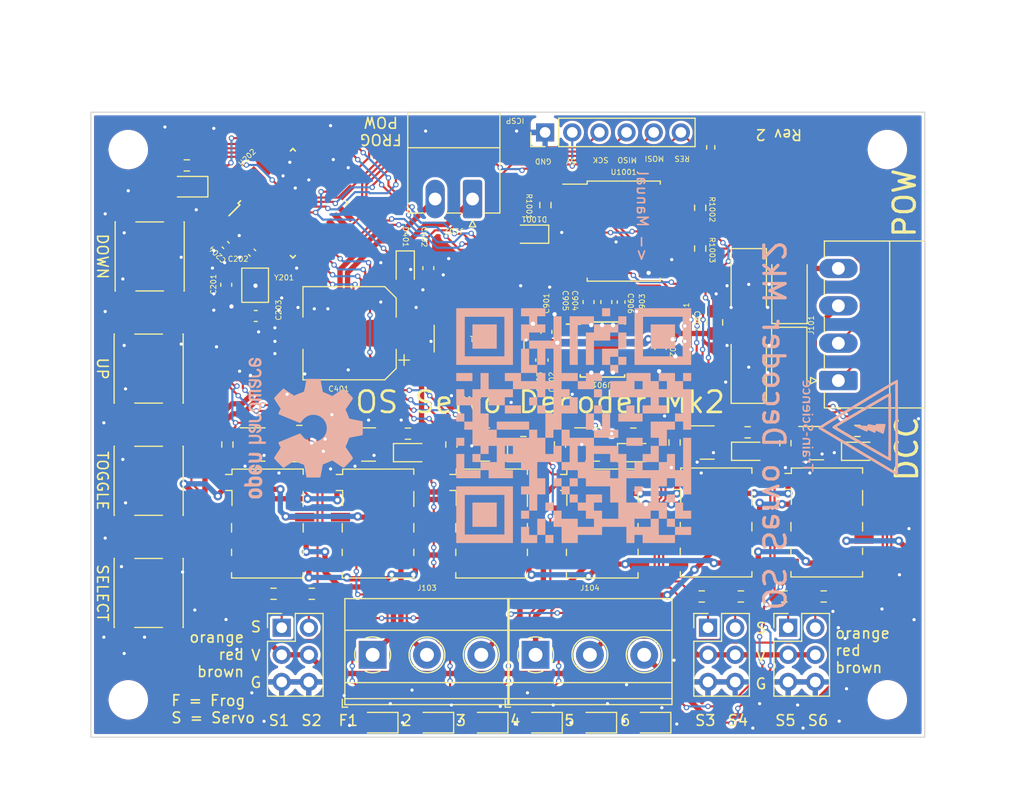
<source format=kicad_pcb>
(kicad_pcb (version 20240108) (generator "pcbnew") (generator_version "8.0")
  (layers (0 "F.Cu" signal) (31 "B.Cu" signal) (34 "B.Paste" user) (35 "F.Paste" user) (36 "B.SilkS" user "B.Silkscreen") (37 "F.SilkS" user "F.Silkscreen") (38 "B.Mask" user) (39 "F.Mask" user) (44 "Edge.Cuts" user))
  (net 0 "")
  (net 1 "GND")
  (net 2 "Net-(D201-A)")
  (net 4 "Net-(U901-BS)")
  (net 5 "Net-(U901-SW)")
  (net 6 "Net-(U901-FB)")
  (net 9 "Net-(D1001-K)")
  (net 10 "Net-(U1001-EN)")
  (net 12 "/atmega/X1")
  (net 13 "/atmega/X2")
  (net 14 "VCC")
  (net 15 "+5VA")
  (net 16 "/atmega/LED")
  (net 17 "/DCC/DCC_B")
  (net 18 "/D_bridge/AC_1")
  (net 19 "/D_bridge/AC_2")
  (net 20 "/DCC/DCC_A")
  (net 21 "/atmega/reset")
  (net 22 "/DCC/DCC_TTL")
  (net 23 "/atmega/sw1")
  (net 24 "/atmega/sw2")
  (net 25 "/atmega/sw3")
  (net 26 "/atmega/sw4")
  (net 27 "/atmega/MOSI")
  (net 28 "/atmega/MISO")
  (net 29 "/atmega/bus2.pin1")
  (net 30 "/atmega/bus2.pin2")
  (net 31 "/atmega/bus3.pin1")
  (net 32 "/atmega/bus3.pin2")
  (net 33 "Net-(D701-A)")
  (net 34 "Net-(D702-A)")
  (net 37 "Net-(D801-A)")
  (net 38 "/atmega/bus1.pin1")
  (net 39 "/atmega/bus1.pin2")
  (net 40 "Net-(D802-A)")
  (net 41 "Net-(D901-A)")
  (net 42 "Net-(D902-A)")
  (net 46 "/servo1-2/FROG2")
  (net 50 "/servo1-2/FROG1")
  (net 54 "/servo3-4/FROG2")
  (net 58 "/servo3-4/FROG1")
  (net 62 "/servo5-6/FROG2")
  (net 66 "/servo5-6/FROG1")
  (net 67 "Net-(Q701-B)")
  (net 68 "Net-(Q702-B)")
  (net 69 "Net-(Q801-B)")
  (net 70 "Net-(Q802-B)")
  (net 71 "Net-(Q901-B)")
  (net 72 "Net-(Q902-B)")
  (net 73 "/atmega/bus1.relay1")
  (net 74 "/atmega/bus1.relay2")
  (net 75 "/atmega/bus2.relay1")
  (net 76 "/atmega/bus2.relay2")
  (net 77 "/atmega/bus3.relay1")
  (net 78 "/atmega/bus3.relay2")
  (net 79 "/servo1-2/DCC_B")
  (net 80 "/servo1-2/DCC_A")
  (net 81 "+5V")
  (net 82 "Net-(D601-A)")
  (net 83 "Net-(D602-A)")
  (net 84 "Net-(D703-A)")
  (net 85 "Net-(D704-A)")
  (net 86 "Net-(D803-A)")
  (net 87 "Net-(D804-A)")
  (footprint "custom_kicad_lib_sk:R_0603_smalltext" (layer "F.Cu") (at 183.769 133.604 90)
    (property "Reference" "R703" (hide yes))
    (property "Value" "1k5")
  )
  (footprint "Diode_SMD:D_SOD-323" (layer "F.Cu") (at 211.582 134.366)
    (property "Reference" "D801" (hide yes))
    (property "Value" "1N4148WS")
  )
  (footprint "Capacitor_SMD:C_0603_1608Metric" (layer "F.Cu") (at 213.614 123.063 90)
    (property "Reference" "C901")
    (property "Value" "22uF")
  )
  (footprint "Capacitor_SMD:C_0402_1005Metric" (layer "F.Cu") (at 220.599 120.271 -90)
    (property "Reference" "C906")
    (property "Value" "100nF")
  )
  (footprint "custom_kicad_lib_sk:R_0603_smalltext" (layer "F.Cu") (at 232.4335 132.461 180)
    (property "Reference" "R805" (hide yes))
    (property "Value" "6k8")
  )
  (footprint "Capacitor_SMD:CP_Elec_8x10.5" (layer "F.Cu") (at 195.199 123.19 180)
    (property "Reference" "C401")
    (property "Value" "1000uF")
  )
  (footprint "Diode_SMD:D_SMA" (layer "F.Cu") (at 236.347 118.777 90)
    (property "Reference" "D1101" (hide yes))
    (property "Value" "SS53")
  )
  (footprint "Diode_SMD:D_SOD-323" (layer "F.Cu") (at 212.217 113.919 180)
    (property "Reference" "D1001")
    (property "Value" "1N4148WS")
  )
  (footprint "Capacitor_SMD:C_0603_1608Metric" (layer "F.Cu") (at 183.665103 118.653583 90)
    (property "Reference" "C201")
    (property "Value" "12pF")
  )
  (footprint "Relay_SMD:Relay_DPDT_Omron_G6K-2F-Y" (layer "F.Cu") (at 218.823646 141)
    (property "Reference" "K802" (hide yes))
    (property "Value" "G6K-2F-Y-TR DC5")
  )
  (footprint "LED_SMD:LED_0805_2012Metric_Pad1.15x1.40mm_HandSolder" (layer "F.Cu") (at 223.393 159.639 180)
    (property "Reference" "D804" (hide yes))
    (property "Value" "LED")
  )
  (footprint "Relay_SMD:Relay_DPDT_Omron_G6K-2F-Y" (layer "F.Cu") (at 187.5 141)
    (property "Reference" "K701" (hide yes))
    (property "Value" "G6K-2F-Y-TR DC5")
  )
  (footprint "Diode_SMD:D_SMA" (layer "F.Cu") (at 236.327 126.143 -90)
    (property "Reference" "D1103" (hide yes))
    (property "Value" "SS53")
  )
  (footprint "Capacitor_SMD:C_0402_1005Metric" (layer "F.Cu") (at 214.122 125.702 -90)
    (property "Reference" "C902")
    (property "Value" "100nF")
  )
  (footprint "Resistor_SMD:R_0402_1005Metric_Pad0.72x0.64mm_HandSolder" (layer "F.Cu") (at 228.981 105.791 -90)
    (property "Reference" "R202" (hide yes))
    (property "Value" "10k")
  )
  (footprint "custom_kicad_lib_sk:R_0603_smalltext" (layer "F.Cu") (at 200.66 132.588 180)
    (property "Reference" "R602" (hide yes))
    (property "Value" "6k8")
  )
  (footprint "LED_SMD:LED_0805_2012Metric_Pad1.15x1.40mm_HandSolder" (layer "F.Cu") (at 197.866 159.639 180)
    (property "Reference" "D601" (hide yes))
    (property "Value" "LED")
  )
  (footprint "custom_kicad_lib_sk:R_0603_smalltext" (layer "F.Cu") (at 204.724 133.604 90)
    (property "Reference" "R803" (hide yes))
    (property "Value" "1k5")
  )
  (footprint "Resistor_SMD:R_0603_1608Metric_Pad0.98x0.95mm_HandSolder" (layer "F.Cu") (at 179.9755 107.483 180)
    (property "Reference" "R201" (hide yes))
    (property "Value" "6k2")
  )
  (footprint "MountingHole:MountingHole_3.2mm_M3" (layer "F.Cu") (at 245.5 106)
    (property "Reference" "REF**" (hide yes))
    (property "Value" "MountingHole_3.2mm_M3")
  )
  (footprint "LED_SMD:LED_0805_2012Metric_Pad1.15x1.40mm_HandSolder" (layer "F.Cu") (at 213.233 159.639 180)
    (property "Reference" "D704" (hide yes))
    (property "Value" "LED")
  )
  (footprint "custom_kicad_lib_sk:tactile_SMD_6mm" (layer "F.Cu") (at 176.5 116 90)
    (property "Reference" "SW604" (hide yes))
    (property "Value" "SW_Push")
  )
  (footprint "Package_SO:TI_SO-PowerPAD-8" (layer "F.Cu") (at 218.8535 124.714)
    (property "Reference" "U901")
    (property "Value" "MT2499A")
  )
  (footprint "Relay_SMD:Relay_DPDT_Omron_G6K-2F-Y" (layer "F.Cu") (at 229.473646 140.899)
    (property "Reference" "K901" (hide yes))
    (property "Value" "G6K-2F-Y-TR DC5")
  )
  (footprint "custom_kicad_lib_sk:tactile_SMD_6mm" (layer "F.Cu") (at 176.403 147.5 90)
    (property "Reference" "SW601" (hide yes))
    (property "Value" "SW_Push")
  )
  (footprint "TerminalBlock_Phoenix:TerminalBlock_Phoenix_MKDS-1,5-3-5.08_1x03_P5.08mm_Horizontal" (layer "F.Cu") (at 197.358 153.289)
    (property "Reference" "J103")
    (property "Value" "Screw_Terminal_01x03")
  )
  (footprint "Package_TO_SOT_SMD:SOT-23" (layer "F.Cu") (at 217.932 133.604)
    (property "Reference" "Q802" (hide yes))
    (property "Value" "NPN_TOR")
  )
  (footprint "Diode_SMD:D_SOD-323" (layer "F.Cu") (at 200.406 117.094 -90)
    (property "Reference" "D401")
    (property "Value" "1N4148WS")
  )
  (footprint "Resistor_SMD:R_0603_1608Metric" (layer "F.Cu") (at 225.425 121.285 -90)
    (property "Reference" "R901")
    (property "Value" "220k")
  )
  (footprint "Capacitor_SMD:C_0603_1608Metric" (layer "F.Cu") (at 217.551 120.269 -90)
    (property "Reference" "C905")
    (property "Value" "22uF")
  )
  (footprint "custom_kicad_lib_sk:R_0603_smalltext" (layer "F.Cu") (at 239.5455 147.828 180)
    (property "Reference" "R905" (hide yes))
    (property "Value" "10k")
  )
  (footprint "custom_kicad_lib_sk:R_0603_smalltext" (layer "F.Cu") (at 194.056 133.604 90)
    (property "Reference" "R704" (hide yes))
    (property "Value" "1k5")
  )
  (footprint "custom_kicad_lib_sk:R_0603_smalltext" (layer "F.Cu") (at 211.455 132.334 180)
    (property "Reference" "R705" (hide yes))
    (property "Value" "6k8")
  )
  (footprint "custom_kicad_lib_sk:R_0603_smalltext" (layer "F.Cu") (at 190.5 132.334 180)
    (property "Reference" "R601" (hide yes))
    (property "Value" "6k8")
  )
  (footprint "Connector_PinHeader_2.54mm:PinHeader_2x03_P2.54mm_Vertical" (layer "F.Cu") (at 236.22 150.749)
    (property "Reference" "J901" (hide yes))
    (property "Value" "Conn_02x03_Odd_Even")
  )
  (footprint "custom_kicad_lib_sk:R_0603_smalltext" (layer "F.Cu") (at 235.966 133.477 90)
    (property "Reference" "R907" (hide yes))
    (property "Value" "1k5")
  )
  (footprint "LED_SMD:LED_0805_2012Metric_Pad1.15x1.40mm_HandSolder" (layer "F.Cu") (at 203.073 159.639 180)
    (property "Reference" "D602" (hide yes))
    (property "Value" "LED")
  )
  (footprint "custom_kicad_lib_sk:R_0603_smalltext" (layer "F.Cu") (at 221.742 132.588 180)
    (property "Reference" "R706" (hide yes))
    (property "Value" "6k8")
  )
  (footprint "Connector_PinHeader_2.54mm:PinHeader_2x03_P2.54mm_Vertical" (layer "F.Cu") (at 188.849 150.749)
    (property "Reference" "J701" (hide yes))
    (property "Value" "Conn_02x03_Odd_Even")
  )
  (footprint "Inductor_SMD:L_Bourns-SRN8040_8x8.15mm" (layer "F.Cu") (at 207.3105 123.698 90)
    (property "Reference" "L901")
    (property "Value" "L")
  )
  (footprint "Package_TO_SOT_SMD:SOT-23" (layer "F.Cu") (at 228.6485 133.416)
    (property "Reference" "Q901" (hide yes))
    (property "Value" "NPN_TOR")
  )
  (footprint "Diode_SMD:D_SOD-323" (layer "F.Cu") (at 190.5 134.366)
    (property "Reference" "D701" (hide yes))
    (property "Value" "1N4148WS")
  )
  (footprint "Package_SO:SOP-8_6.62x9.15mm_P2.54mm" (layer "F.Cu") (at 220.840657 113.630343)
    (property "Reference" "U1001")
    (property "Value" "6N137")
  )
  (footprint "Resistor_SMD:R_0603_1608Metric" (layer "F.Cu") (at 224.282 124.46 -90)
    (property "Reference" "R902")
    (property "Value" "20k")
  )
  (footprint "MountingHole:MountingHole_3.2mm_M3" (layer "F.Cu") (at 174.5 157.5)
    (property "Reference" "REF**" (hide yes))
    (property "Value" "MountingHole_3.2mm_M3")
  )
  (footprint "Connector_PinHeader_2.54mm:PinHeader_1x06_P2.54mm_Vertical" (layer "F.Cu") (at 213.487 104.394 90)
    (property "Reference" "J201" (hide yes))
    (property "Value" "ICSP")
  )
  (footprint "custom_kicad_lib_sk:R_0603_smalltext" (layer "F.Cu") (at 231.7985 147.828 180)
    (property "Reference" "R802" (hide yes))
    (property "Value" "10k")
  )
  (footprint "Diode_SMD:D_SOD-323" (layer "F.Cu") (at 200.914 134.366)
    (property "Reference" "D702" (hide yes))
    (property "Value" "1N4148WS")
  )
  (footprint "custom_kicad_lib_sk:R_0603_smalltext" (layer "F.Cu") (at 213.517657 111.194343 -90)
    (property "Reference" "R1001")
    (property "Value" "1k")
  )
  (footprint "Relay_SMD:Relay_DPDT_Omron_G6K-2F-Y" (layer "F.Cu") (at 197.85 141)
    (property "Reference" "K702" (hide yes))
    (property "Value" "G6K-2F-Y-TR DC5")
  )
  (footprint "custom_kicad_lib_sk:R_0603_smalltext" (layer "F.Cu") (at 191.6665 147.574 180)
    (property "Reference" "R702" (hide yes))
    (property "Value" "10k")
  )
  (footprint "custom_kicad_lib_sk:R_0603_smalltext" (layer "F.Cu") (at 225.6005 133.416 90)
    (property "Reference" "R906" (hide yes))
    (property "Value" "1k5")
  )
  (footprint "custom_kicad_lib_sk:crystal_arduino" (layer "F.Cu") (at 186.586103 118.746583 -90)
    (property "Reference" "Y201")
    (property "Value" "Crystal_GND2")
  )
  (footprint "Capacitor_SMD:C_0402_1005Metric" (layer "F.Cu") (at 183.607113 114.935 135)
    (property "Reference" "C204")
    (property "Value" "100nF")
  )
  (footprint "Relay_SMD:Relay_DPDT_Omron_G6K-2F-Y" (layer "F.Cu") (at 239.823646 140.899)
    (property "Reference" "K902" (hide yes))
    (property "Value" "G6K-2F-Y-TR DC5")
  )
  (footprint "Package_TO_SOT_SMD:SOT-23" (layer "F.Cu") (at 196.977 133.604)
    (property "Reference" "Q702" (hide yes))
    (property "Value" "NPN_TOR")
  )
  (footprint "custom_kicad_lib_sk:tactile_SMD_6mm" (layer "F.Cu") (at 176.403 137 90)
    (property "Reference" "SW602" (hide yes))
    (property "Value" "SW_Push")
  )
  (footprint "Capacitor_SMD:C_0402_1005Metric" (layer "F.Cu") (at 212.979 125.702 -90)
    (property "Reference" "C903")
    (property "Value" "22nF")
  )
  (footprint "Diode_SMD:D_SOD-323" (layer "F.Cu") (at 221.869 134.366)
    (property "Reference" "D802" (hide yes))
    (property "Value" "1N4148WS")
  )
  (footprint "Diode_SMD:D_SMA" (layer "F.Cu") (at 232.537 118.779 -90)
    (property "Reference" "D1102" (hide yes))
    (property "Value" "SS53")
  )
  (footprint "Capacitor_SMD:C_0805_2012Metric_Pad1.18x1.45mm_HandSolder" (layer "F.Cu") (at 229.362 122.174 -90)
    (property "Reference" "C907")
    (property "Value" "100nF")
  )
  (footprint "Connector_Phoenix_MC:PhoenixContact_MC_1,5_2-G-3.5_1x02_P3.50mm_Horizontal" (layer "F.Cu") (at 206.7 110.6285 180)
    (property "Reference" "J102")
    (property "Value" "Screw_Terminal_01x02")
  )
  (footprint "Package_QFP:TQFP-32_7x7mm_P0.8mm" (layer "F.Cu") (at 189.897103 111.023583 45)
    (property "Reference" "U202")
    (property "Value" "ATmega328-A")
  )
  (footprint "Package_TO_SOT_SMD:SOT-23" (layer "F.Cu") (at 186.6415 133.604)
    (property "Reference" "Q701" (hide yes))
    (property "Value" "NPN_TOR")
  )
  (footprint "Capacitor_SMD:C_0603_1608Metric" (layer "F.Cu") (at 186.427103 121.574583)
    (property "Reference" "C203")
    (property "Value" "12pF")
  )
  (footprint "Connector_PinHeader_2.54mm:PinHeader_2x03_P2.54mm_Vertical" (layer "F.Cu") (at 228.727 150.749)
    (property "Reference" "J801" (hide yes))
    (property "Value" "Conn_02x03_Odd_Even")
  )
  (footprint "Diode_SMD:D_SMA" (layer "F.Cu") (at 232.537 126.238 90)
    (property "Reference" "D1104" (hide yes))
    (property "Value" "SS53")
  )
  (footprint "Connector_Phoenix_MC:PhoenixContact_MC_1,5_4-G-3.5_1x04_P3.50mm_Horizontal" (layer "F.Cu") (at 240.919 127.623 90)
    (property "Reference" "J101")
    (property "Value" "Screw_Terminal_01x04")
  )
  (footprint "Resistor_SMD:R_0603_1608Metric" (layer "F.Cu") (at 223.774 121.285 90)
    (property "Reference" "R903")
    (property "Value" "150k")
  )
  (footprint "Package_TO_SOT_SMD:SOT-23" (layer "F.Cu") (at 238.887 133.477)
    (property "Reference" "Q902" (hide yes))
    (property "Value" "NPN_TOR")
  )
  (footprint "custom_kicad_lib_sk:R_0603_smalltext" (layer "F.Cu") (at 235.8625 147.828)
    (property "Reference" "R904" (hide yes))
    (property "Value" "10k")
  )
  (footprint "MountingHole:MountingHole_3.2mm_M3" (layer "F.Cu") (at 245.5 157.5)
    (property "Reference" "REF**" (hide yes))
    (property "Value" "MountingHole_3.2mm_M3")
  )
  (footprint "LED_SMD:LED_0805_2012Metric_Pad1.15x1.40mm_HandSolder" (layer "F.Cu") (at 180.086 109.474 180)
    (property "Reference" "D201" (hide yes))
    (property "Value" "LED")
  )
  (footprint "custom_kicad_lib_sk:R_0603_smalltext" (layer "F.Cu") (at 188.087 147.574)
    (property "Reference" "R701" (hide yes))
    (property "Value" "10k")
  )
  (footprint "custom_kicad_lib_sk:R_0603_smalltext" (layer "F.Cu") (at 227.995657 115.258343 -90)
    (property "Reference" "R1003")
    (property "Value" "10k")
  )
  (footprint "LED_SMD:LED_0805_2012Metric_Pad1.15x1.40mm_HandSolder" (layer "F.Cu") (at 218.313 159.639 180)
    (property "Reference" "D803" (hide yes))
    (property "Value" "LED")
  )
  (footprint "custom_kicad_lib_sk:R_0603_smalltext" (layer "F.Cu") (at 227.995657 111.448343 -90)
    (property "Reference" "R1002")
    (property "Value" "10k")
  )
  (footprint "custom_kicad_lib_sk:R_0603_smalltext" (layer "F.Cu") (at 214.884 133.604 90)
    (property "Reference" "R804" (hide yes))
    (property "Value" "1k5")
  )
  (footprint "Capacitor_SMD:C_0402_1005Metric" (layer "F.Cu") (at 186.087692 115.647172 135)
    (property "Reference" "C202")
    (property "Value" "100nF")
  )
  (footprint "Diode_SMD:D_SOD-323" (layer "F.Cu") (at 232.537 134.239)
    (property "Reference" "D901" (hide yes))
    (property "Value" "1N4148WS")
  )
  (footprint "Capacitor_SMD:C_0603_1608Metric" (layer "F.Cu") (at 202.565 117.094 -90)
    (property "Reference" "C402")
    (property "Value" "22uF")
  )
  (footprint "TerminalBlock_Phoenix:TerminalBlock_Phoenix_MKDS-1,5-3-5.08_1x03_P5.08mm_Horizontal" (layer "F.Cu") (at 212.598 153.289)
    (property "Reference" "J104")
    (property "Value" "Screw_Terminal_01x03")
  )
  (footprint "custom_kicad_lib_sk:R_0603_smalltext" (layer "F.Cu") (at 228.139 147.828)
    (property "Reference" "R801" (hide yes))
    (property "Value" "10k")
  )
  (footprint "Capacitor_SMD:C_0603_1608Metric" (layer "F.Cu") (at 219.217 120.269 -90)
    (property "Reference" "C904")
    (property "Value" "22uF")
  )
  (footprint "Package_TO_SOT_SMD:SOT-23" (layer "F.Cu") (at 207.645 133.604)
    (property "Reference" "Q801" (hide yes))
    (property "Value" "NPN_TOR")
  )
  (footprint "Relay_SMD:Relay_DPDT_Omron_G6K-2F-Y" (layer "F.Cu") (at 208.473646 141)
    (property "Reference" "K801" (hide yes))
    (property "Value" "G6K-2F-Y-TR DC5")
  )
  (footprint "LED_SMD:LED_0805_2012Metric_Pad1.15x1.40mm_HandSolder" (layer "F.Cu") (at 208.153 159.639 180)
    (property "Reference" "D703" (hide yes))
    (property "Value" "LED")
  )
  (footprint "custom_kicad_lib_sk:tactile_SMD_6mm" (layer "F.Cu") (at 176.403 126.5 90)
    (property "Reference" "SW603" (hide yes))
    (property "Value" "SW_Push")
  )
  (footprint "MountingHole:MountingHole_3.2mm_M3" (layer "F.Cu") (at 174.5 106)
    (property "Reference" "REF**" (hide yes))
    (property "Value" "MountingHole_3.2mm_M3")
  )
  (footprint "Diode_SMD:D_SOD-323" (layer "F.Cu") (at 242.824 134.239)
    (property "Reference" "D902" (hide yes))
    (property "Value" "1N4148WS")
  )
  (footprint "custom_kicad_lib_sk:R_0603_smalltext" (layer "F.Cu") (at 242.697 132.334 180)
    (property "Reference" "R806" (hide yes))
    (property "Value" "6k8")
  )
  (footprint "custom_kicad_lib_sk:servoDriverQR" (layer "B.Cu") (at 216.154 131.826 -90)
    (property "Reference" "G***" (hide yes))
    (property "Value" "LOGO" (hide yes))
  )
  (footprint "custom_kicad_lib_sk:Train-Science logo small" (layer "B.Cu") (at 241.935 131.953 90)
    (property "Reference" "G***" (hide yes))
    (property "Value" "LOGO" (hide yes))
  )
  (footprint "Symbol:OSHW-Logo2_14.6x12mm_SilkScreen" (layer "B.Cu") (at 190.881 132.08 90)
    (property "Reference" "REF**" (hide yes))
    (property "Value" "OSHW-Logo2_14.6x12mm_SilkScreen" (hide yes))
  )
  (gr_rect (start 171 102.5) (end 249 161) (stroke (width 0.1)) (fill none) (layer "Edge.Cuts"))
  (gr_text "<- Manual" (at 221.996 116.586 -90) (layer "B.SilkS") (effects (font (size 1 1)) (justify left bottom mirror)))
  (gr_text "OS Servo Decoder Mk2" (at 233.68 131.826 270) (layer "B.SilkS") (effects (font (size 2 2) (thickness 0.3)) (justify bottom mirror)))
  (gr_text "ICSP" (at 211.582 102.997 180) (layer "F.SilkS") (effects (font (size 0.5 0.5) (thickness 0.075)) (justify left bottom)))
  (gr_text "UP" (at 171.5 126.5 270) (layer "F.SilkS") (effects (font (size 1 1)) (justify bottom)))
  (gr_text "S6" (at 239.014 160.02 0) (layer "F.SilkS") (effects (font (size 1 1)) (justify bottom)))
  (gr_text "S" (at 233.68 151.384 0) (layer "F.SilkS") (effects (font (size 1 1)) (justify bottom)))
  (gr_text "MISO" (at 222.123 106.68 180) (layer "F.SilkS") (effects (font (size 0.5 0.5) (thickness 0.075)) (justify left bottom)))
  (gr_text "TOGGLE" (at 171.5 137 270) (layer "F.SilkS") (effects (font (size 1 1)) (justify bottom)))
  (gr_text "V" (at 186.436 153.924 0) (layer "F.SilkS") (effects (font (size 1 1)) (justify bottom)))
  (gr_text "DOWN" (at 171.5 116 270) (layer "F.SilkS") (effects (font (size 1 1)) (justify bottom)))
  (gr_text "orange\nred\nbrown\n" (at 240.538 155.067 0) (layer "F.SilkS") (effects (font (size 1 1)) (justify left bottom)))
  (gr_text "SELECT" (at 171.5 147.5 270) (layer "F.SilkS") (effects (font (size 1 1)) (justify bottom)))
  (gr_text "S5" (at 235.966 160.02 0) (layer "F.SilkS") (effects (font (size 1 1)) (justify bottom)))
  (gr_text "FROG\nPOW" (at 198.12 102.87 180) (layer "F.SilkS") (effects (font (size 1 1)) (justify bottom)))
  (gr_text "6\n" (at 220.98 160.02 0) (layer "F.SilkS") (effects (font (size 1 1)) (justify bottom)))
  (gr_text "S4" (at 231.521 160.02 0) (layer "F.SilkS") (effects (font (size 1 1)) (justify bottom)))
  (gr_text "S1" (at 188.595 160.02 0) (layer "F.SilkS") (effects (font (size 1 1)) (justify bottom)))
  (gr_text "5V" (at 216.408 106.807 180) (layer "F.SilkS") (effects (font (size 0.5 0.5) (thickness 0.075)) (justify left bottom)))
  (gr_text "V" (at 233.68 154.051 0) (layer "F.SilkS") (effects (font (size 1 1)) (justify bottom)))
  (gr_text "2" (at 200.533 160.02 0) (layer "F.SilkS") (effects (font (size 1 1)) (justify bottom)))
  (gr_text "4" (at 210.693 160.02 0) (layer "F.SilkS") (effects (font (size 1 1)) (justify bottom)))
  (gr_text "F1" (at 195.072 160.02 0) (layer "F.SilkS") (effects (font (size 1 1)) (justify bottom)))
  (gr_text "SCK" (at 219.456 106.68 180) (layer "F.SilkS") (effects (font (size 0.5 0.5) (thickness 0.075)) (justify left bottom)))
  (gr_text "G" (at 186.436 156.464 0) (layer "F.SilkS") (effects (font (size 1 1)) (justify bottom)))
  (gr_text "orange\nred\nbrown\n" (at 185.42 155.448 0) (layer "F.SilkS") (effects (font (size 1 1)) (justify right bottom)))
  (gr_text "GND" (at 214.122 106.807 180) (layer "F.SilkS") (effects (font (size 0.5 0.5) (thickness 0.075)) (justify left bottom)))
  (gr_text "S" (at 186.436 151.257 0) (layer "F.SilkS") (effects (font (size 1 1)) (justify bottom)))
  (gr_text "S2\n" (at 191.643 160.02 0) (layer "F.SilkS") (effects (font (size 1 1)) (justify bottom)))
  (gr_text "3" (at 205.613 160.02 0) (layer "F.SilkS") (effects (font (size 1 1)) (justify bottom)))
  (gr_text "OS Servo Decoder Mk2" (at 195.58 130.81 0) (layer "F.SilkS") (effects (font (size 2 2) (thickness 0.25) (bold yes)) (justify left bottom)))
  (gr_text "Rev 2" (at 237.617 104.013 180) (layer "F.SilkS") (effects (font (size 1 1)) (justify left bottom)))
  (gr_text "RES" (at 227.076 106.553 180) (layer "F.SilkS") (effects (font (size 0.5 0.5) (thickness 0.075)) (justify left bottom)))
  (gr_text "5" (at 215.773 160.02 0) (layer "F.SilkS") (effects (font (size 1 1)) (justify bottom)))
  (gr_text "G" (at 233.68 156.591 0) (layer "F.SilkS") (effects (font (size 1 1)) (justify bottom)))
  (gr_text "DCC" (at 248.5 134 90) (layer "F.SilkS") (effects (font (size 2 2) (thickness 0.3)) (justify bottom)))
  (gr_text "S3" (at 228.473 160.02 0) (layer "F.SilkS") (effects (font (size 1 1)) (justify bottom)))
  (gr_text "POW\n" (at 248.285 111 90) (layer "F.SilkS") (effects (font (size 2 2) (thickness 0.3)) (justify bottom)))
  (gr_text "MOSI" (at 224.663 106.553 180) (layer "F.SilkS") (effects (font (size 0.5 0.5) (thickness 0.075)) (justify left bottom)))
  (gr_text "F = Frog\nS = Servo" (at 178.435 159.766 0) (layer "F.SilkS") (effects (font (size 1 1)) (justify left bottom)))
  (segment (start 212.344 122.301) (end 213.601 122.301) (width 0.7) (layer "F.Cu") (net 1))
  (segment (start 185.742854 113.180259) (end 184.877113 114.046) (width 0.2) (layer "F.Cu") (net 1))
  (segment (start 186.043371 113.180259) (end 185.742854 113.180259) (width 0.2) (layer "F.Cu") (net 1))
  (segment (start 217.754 120.841) (end 218.44 120.841) (width 1) (layer "F.Cu") (net 1))
  (segment (start 219.837 126.873) (end 219.837 122.428) (width 1) (layer "F.Cu") (net 1))
  (segment (start 184.15 120.685583) (end 184.763103 120.685583) (width 0.2) (layer "F.Cu") (net 1))
  (segment (start 186.400311 118.73958) (end 186.473106 118.73958) (width 0.25) (layer "F.Cu") (net 1))
  (segment (start 220.599 120.841) (end 219.837 121.603) (width 1) (layer "F.Cu") (net 1))
  (segment (start 218.821 122.428) (end 218.821 121.44) (width 1) (layer "F.Cu") (net 1))
  (segment (start 218.821 121.44) (end 219.217 121.044) (width 1) (layer "F.Cu") (net 1))
  (segment (start 184.15 119.91348) (end 183.665103 119.428583) (width 0.2) (layer "F.Cu") (net 1))
  (segment (start 216.0735 126.619) (end 217.551 126.619) (width 1) (layer "F.Cu") (net 1))
  (segment (start 217.805 121.298) (end 217.551 121.044) (width 1) (layer "F.Cu") (net 1))
  (segment (start 185.748281 115.307761) (end 186.178611 115.307761) (width 0.2) (layer "F.Cu") (net 1))
  (segment (start 215.061 120.841) (end 218.44 120.841) (width 0.7) (layer "F.Cu") (net 1))
  (segment (start 217.551 121.044) (end 217.754 120.841) (width 1) (layer "F.Cu") (net 1))
  (segment (start 218.44 120.841) (end 220.599 120.841) (width 1) (layer "F.Cu") (net 1))
  (segment (start 186.473106 118.73958) (end 187.316103 117.896583) (width 0.25) (layer "F.Cu") (net 1))
  (segment (start 225.615 125.285) (end 225.679 125.349) (width 0.7) (layer "F.Cu") (net 1))
  (segment (start 217.805 122.428) (end 217.805 121.298) (width 1) (layer "F.Cu") (net 1))
  (segment (start 184.15 120.685583) (end 184.15 119.91348) (width 0.2) (layer "F.Cu") (net 1))
  (segment (start 185.652103 121.574583) (end 185.652103 120.032583) (width 0.25) (layer "F.Cu") (net 1))
  (segment (start 219.837 121.603) (end 219.837 122.428) (width 1) (layer "F.Cu") (net 1))
  (segment (start 218.821 122.428) (end 218.821 126.873) (width 1) (layer "F.Cu") (net 1))
  (segment (start 184.763103 120.685583) (end 185.652103 121.574583) (width 0.2) (layer "F.Cu") (net 1))
  (segment (start 213.614 122.288) (end 215.061 120.841) (width 0.7) (layer "F.Cu") (net 1))
  (segment (start 217.805 126.873) (end 217.805 122.428) (width 1) (layer "F.Cu") (net 1))
  (segment (start 224.282 125.285) (end 225.615 125.285) (width 0.7) (layer "F.Cu") (net 1))
  (segment (start 186.400311 118.812375) (end 185.416103 119.796583) (width 0.25) (layer "F.Cu") (net 1))
  (segment (start 224.219 125.349) (end 224.219 126.682) (width 0.7) (layer "F.Cu") (net 1))
  (segment (start 185.039 119.796583) (end 184.15 120.685583) (width 0.2) (layer "F.Cu") (net 1))
  (segment (start 186.178611 115.307761) (end 187.174742 114.31163) (width 0.2) (layer "F.Cu") (net 1))
  (segment (start 186.400311 118.73958) (end 186.400311 118.812375) (width 0.25) (layer "F.Cu") (net 1))
  (segment (start 185.748281 115.307761) (end 185.454925 115.307761) (width 0.2) (layer "F.Cu") (net 1))
  (segment (start 183.665103 119.428583) (end 185.048103 119.428583) (width 0.25) (layer "F.Cu") (net 1))
  (segment (start 217.551 126.619) (end 217.805 126.873) (width 1) (layer "F.Cu") (net 1))
  (via (at 241.554 151.765) (size 0.5) (drill 0.3) (layers "F.Cu" "B.Cu") (net 1))
  (via (at 184.15 120.685583) (size 0.8) (drill 0.4) (layers "F.Cu" "B.Cu") (net 1))
  (via (at 183.642 149.987) (size 0.5) (drill 0.3) (layers "F.Cu" "B.Cu") (net 1))
  (via (at 215.9 159.639) (size 0.5) (drill 0.3) (layers "F.Cu" "B.Cu") (net 1))
  (via (at 174.117 153.162) (size 0.5) (drill 0.3) (layers "F.Cu" "B.Cu") (net 1))
  (via (at 220.125657 114.646343) (size 0.5) (drill 0.3) (layers "F.Cu" "B.Cu") (net 1))
  (via (at 177.927 103.886) (size 0.5) (drill 0.3) (layers "F.Cu" "B.Cu") (net 1))
  (via (at 195.199 159.893) (size 0.5) (drill 0.3) (layers "F.Cu" "B.Cu") (net 1))
  (via (at 193.548 130.81) (size 0.5) (drill 0.3) (layers "F.Cu" "B.Cu") (net 1))
  (via (at 217.805 122.428) (size 0.8) (drill 0.4) (layers "F.Cu" "B.Cu") (net 1))
  (via (at 180.857 111.633) (size 0.5) (drill 0.3) (layers "F.Cu" "B.Cu") (net 1))
  (via (at 210.693 159.766) (size 0.5) (drill 0.3) (layers "F.Cu" "B.Cu") (net 1))
  (via (at 230.505 124.333) (size 0.5) (drill 0.3) (layers "F.Cu" "B.Cu") (net 1))
  (via (at 189.357 128.905) (size 0.5) (drill 0.3) (layers "F.Cu" "B.Cu") (net 1))
  (via (at 187.198 134.62) (size 0.5) (drill 0.3) (layers "F.Cu" "B.Cu") (net 1))
  (via (at 210.312 129.667) (size 0.5) (drill 0.3) (layers "F.Cu" "B.Cu") (net 1))
  (via (at 172.212 131.572) (size 0.5) (drill 0.3) (layers "F.Cu" "B.Cu") (net 1))
  (via (at 233.553 157.861) (size 0.5) (drill 0.3) (layers "F.Cu" "B.Cu") (net 1))
  (via (at 202.057 119.126) (size 0.5) (drill 0.3) (layers "F.Cu" "B.Cu") (net 1))
  (via (at 210.82 104.267) (size 0.5) (drill 0.3) (layers "F.Cu" "B.Cu") (net 1))
  (via (at 200.152 159.639) (size 0.5) (drill 0.3) (layers "F.Cu" "B.Cu") (net 1))
  (via (at 211.201 118.745) (size 0.5) (drill 0.3) (layers "F.Cu" "B.Cu") (net 1))
  (via (at 248 150) (size 0.5) (drill 0.3) (layers "F.Cu" "B.Cu") (net 1))
  (via (at 234.315 120.777) (size 0.5) (drill 0.3) (layers "F.Cu" "B.Cu") (net 1))
  (via (at 240.919 150.749) (size 0.5) (drill 0.3) (layers "F.Cu" "B.Cu") (net 1))
  (via (at 184.912 116.078) (size 0.5) (drill 0.3) (layers "F.Cu" "B.Cu") (net 1))
  (via (at 202.819 123.952) (size 0.5) (drill 0.3) (layers "F.Cu" "B.Cu") (net 1))
  (via (at 186.69 123.063) (size 0.5) (drill 0.3) (layers "F.Cu" "B.Cu") (net 1))
  (via (at 222.0425 121.158) (size 0.5) (drill 0.3) (layers "F.Cu" "B.Cu") (net 1))
  (via (at 182.499 121.031) (size 0.5) (drill 0.3) (layers "F.Cu" "B.Cu") (net 1))
  (via (at 220.853 159.512) (size 0.5) (drill 0.3) (layers "F.Cu" "B.Cu") (net 1))
  (via (at 216.027 128.905) (size 0.5) (drill 0.3) (layers "F.Cu" "B.Cu") (net 1))
  (via (at 192.913 133.096) (size 0.5) (drill 0.3) (layers "F.Cu" "B.Cu") (net 1))
  (via (at 191.897 120.904) (size 0.5) (drill 0.3) (layers "F.Cu" "B.Cu") (net 1))
  (via (at 174.117 113.792) (size 0.5) (drill 0.3) (layers "F.Cu" "B.Cu") (net 1))
  (via (at 232.537 126.365) (size 0.5) (drill 0.3) (layers "F.Cu" "B.Cu") (net 1))
  (via (at 227.711 135.255) (size 0.5) (drill 0.3) (layers "F.Cu" "B.Cu") (net 1))
  (via (at 241.681 156.464) (size 0.5) (drill 0.3) (layers "F.Cu" "B.Cu") (net 1))
  (via (at 172.339 121.158) (size 0.5) (drill 0.3) (layers "F.Cu" "B.Cu") (net 1))
  (via (at 188.214 123.952) (size 0.5) (drill 0.3) (layers "F.Cu" "B.Cu") (net 1))
  (via (at 200.025 131.318) (size 0.5) (drill 0.3) (layers "F.Cu" "B.Cu") (net 1))
  (via (at 186.400311 118.73958) (size 0.8) (drill 0.4) (layers "F.Cu" "B.Cu") (net 1))
  (via (at 209.296 158.115) (size 0.5) (drill 0.3) (layers "F.Cu" "B.Cu") (net 1))
  (via (at 182.753 124.46) (size 0.5) (drill 0.3) (layers "F.Cu" "B.Cu") (net 1))
  (via (at 185.928 127.127) (size 0.5) (drill 0.3) (layers "F.Cu" "B.Cu") (net 1))
  (via (at 204.724 129.032) (size 0.5) (drill 0.3) (layers "F.Cu" "B.Cu") (net 1))
  (via (at 173.99 135.001) (size 0.5) (drill 0.3) (layers "F.Cu" "B.Cu") (net 1))
  (via (at 229.489 119.507) (size 0.5) (drill 0.3) (layers "F.Cu" "B.Cu") (net 1))
  (via (at 234.442 118.618) (size 0.5) (drill 0.3) (layers "F.Cu" "B.Cu") (net 1))
  (via (at 173.99 118.11) (size 0.5) (drill 0.3) (layers "F.Cu" "B.Cu") (net 1))
  (via (at 188.214 125.095) (size 0.5) (drill 0.3) (layers "F.Cu" "B.Cu") (net 1))
  (via (at 240.538 134.366) (size 0.5) (drill 0.3) (layers "F.Cu" "B.Cu") (net 1))
  (via (at 204.47 116.205) (size 0.5) (drill 0.3) (layers "F.Cu" "B.Cu") (net 1))
  (via (at 198.12 120.269) (size 0.5) (drill 0.3) (layers "F.Cu" "B.Cu") (net 1))
  (via (at 211.709 123.825) (size 0.5) (drill 0.3) (layers "F.Cu" "B.Cu") (net 1))
  (via (at 193.421 103.759) (size 0.5) (drill 0.3) (layers "F.Cu" "B.Cu") (net 1))
  (via (at 229.235 134.366) (size 0.5) (drill 0.3) (layers "F.Cu" "B.Cu") (net 1))
  (via (at 186.055 156.845) (size 0.5) (drill 0.3) (layers "F.Cu" "B.Cu") (net 1))
  (via (at 194.691 157.099) (size 0.5) (drill 0.3) (layers "F.Cu" "B.Cu") (net 1))
  (via (at 228.092 136.271) (size 0.5) (drill 0.3) (layers "F.Cu" "B.Cu") (net 1))
  (via (at 230.378 127.762) (size 0.5) (drill 0.3) (layers "F.Cu" "B.Cu") (net 1))
  (via (at 174.244 128.397) (size 0.5) (drill 0.3) (layers "F.Cu" "B.Cu") (net 1))
  (via (at 219.837 126.873) (size 0.8) (drill 0.4) (layers "F.Cu" "B.Cu") (net 1))
  (via (at 182.499 119.507) (size 0.5) (drill 0.3) (layers "F.Cu" "B.Cu") (net 1))
  (via (at 191.389 108.839) (size 0.5) (drill 0.3) (layers "F.Cu" "B.Cu") (net 1))
  (via (at 195.707 135.636) (size 0.5) (drill 0.3) (layers "F.Cu" "B.Cu") (net 1))
  (via (at 193.167 120.904) (size 0.5) (drill 0.3) (layers "F.Cu" "B.Cu") (net 1))
  (via (at 237.617 160.147) (size 0.5) (drill 0.3) (layers "F.Cu" "B.Cu") (net 1))
  (via (at 195.072 107.696) (size 0.5) (drill 0.3) (layers "F.Cu" "B.Cu") (net 1))
  (via (at 187.198 159.512) (size 0.5) (drill 0.3) (layers "F.Cu" "B.Cu") (net 1))
  (via (at 191.008 127) (size 0.5) (drill 0.3) (layers "F.Cu" "B.Cu") (net 1))
  (via (at 183.515 116.586) (size 0.5) (drill 0.3) (layers "F.Cu" "B.Cu") (net 1))
  (via (at 221.107 156.083) (size 0.5) (drill 0.3) (layers "F.Cu" "B.Cu") (net 1))
  (via (at 224.409 158.242) (size 0.5) (drill 0.3) (layers "F.Cu" "B.Cu") (net 1))
  (via (at 188.976 108.458) (size 0.5) (drill 0.3) (layers "F.Cu" "B.Cu") (net 1))
  (via (at 174.117 124.333) (size 0.5) (drill 0.3) (layers "F.Cu" "B.Cu") (net 1))
  (via (at 230.886 120.777) (size 0.5) (drill 0.3) (layers "F.Cu" "B.Cu") (net 1))
  (via (at 218.821 126.873) (size 0.8) (drill 0.4) (layers "F.Cu" "B.Cu") (net 1))
  (via (at 195.072 126.619) (size 0.5) (drill 0.3) (layers "F.Cu" "B.Cu") (net 1))
  (via (at 224.663 130.937) (size 0.5) (drill 0.3) (layers "F.Cu" "B.Cu") (net 1))
  (via (at 188.595 121.031) (size 0.5) (drill 0.3) (layers "F.Cu" "B.Cu") (net 1))
  (via (at 179.578 145.542) (size 0.5) (drill 0.3) (layers "F.Cu" "B.Cu") (net 1))
  (via (at 201.041 156.591) (size 0.5) (drill 0.3) (layers "F.Cu" "B.Cu") (net 1))
  (via (at 190.246 117.094) (size 0.5) (drill 0.3) (layers "F.Cu" "B.Cu") (net 1))
  (via (at 213.9145 118.872) (size 0.5) (drill 0.3) (layers "F.Cu" "B.Cu") (net 1))
  (via (at 218.821 122.428) (size 0.8) (drill 0.4) (layers "F.Cu" "B.Cu") (net 1))
  (via (at 225.806 159.766) (size 0.5) (drill 0.3) (layers "F.Cu" "B.Cu") (net 1))
  (via (at 225.298 135.763) (size 0.5) (drill 0.3) (layers "F.Cu" "B.Cu") (net 1))
  (via (at 193.421 135.89) (size 0.5) (drill 0.3) (layers "F.Cu" "B.Cu") (net 1))
  (via (at 180.721 149.098) (size 0.5) (drill 0.3) (layers "F.Cu" "B.Cu") (net 1))
  (via (at 225.679 125.349) (size 0.8) (drill 0.4) (layers "F.Cu" "B.Cu") (net 1))
  (via (at 179.451 116.078) (size 0.5) (drill 0.3) (layers "F.Cu" "B.Cu") (net 1))
  (via (at 237.871 135.255) (size 0.5) (drill 0.3) (layers "F.Cu" "B.Cu") (net 1))
  (via (at 217.805 126.873) (size 0.8) (drill 0.4) (layers "F.Cu" "B.Cu") (net 1))
  (via (at 182.499 104.013) (size 0.5) (drill 0.3) (layers "F.Cu" "B.Cu") (net 1))
  (via (at 215.045657 113.757343) (size 0.5) (drill 0.3) (layers "F.Cu" "B.Cu") (net 1))
  (via (at 235.966 135.763) (size 0.5) (drill 0.3) (layers "F.Cu" "B.Cu") (net 1))
  (via (at 225.552 153.797) (size 0.5) (drill 0.3) (layers "F.Cu" "B.Cu") (net 1))
  (via (at 245 149) (size 0.5) (drill 0.3) (layers "F.Cu" "B.Cu") (net 1))
  (via (at 182.499 115.443) (size 0.5) (drill 0.3) (layers "F.Cu" "B.Cu") (net 1))
  (via (at 193.675 106.934) (size 0.5) (drill 0.3) (layers "F.Cu" "B.Cu") (net 1))
  (via (at 184.877113 114.046) (size 0.5) (drill 0.3) (layers "F.Cu" "B.Cu") (net 1))
  (via (at 211.836 156.845) (size 0.5) (drill 0.3) (layers "F.Cu" "B.Cu") (net 1))
  (via (at 219.329 157.861) (size 0.5) (drill 0.3) (layers "F.Cu" "B.Cu") (net 1))
  (via (at 188.595 136.271) (size 0.5) (drill 0.3) (layers "F.Cu" "B.Cu") (net 1))
  (via (at 202.311 104.267) (size 0.5) (drill 0.3) (layers "F.Cu" "B.Cu") (net 1))
  (via (at 214.249 157.988) (size 0.5) (drill 0.3) (layers "F.Cu" "B.Cu") (net 1))
  (via (at 232.537 118.618) (size 0.5) (drill 0.3) (layers "F.Cu" "B.Cu") (net 1))
  (via (at 172.339 142.367) (size 0.5) (drill 0.3) (layers "F.Cu" "B.Cu") (net 1))
  (via (at 232.918 160.147) (size 0.5) (drill 0.3) (layers "F.Cu" "B.Cu") (net 1))
  (via (at 230.505 118.745) (size 0.5) (drill 0.3) (layers "F.Cu" "B.Cu") (net 1))
  (via (at 223.169657 117.544343) (size 0.8) (drill 0.4) (layers "F.Cu" "B.Cu") (net 1))
  (via (at 238.252 136.271) (size 0.5) (drill 0.3) (layers "F.Cu" "B.Cu") (net 1))
  (via (at 198.12 116.586) (size 0.5) (drill 0.3) (layers "F.Cu" "B.Cu") (net 1))
  (via (at 234.315 126.873) (size 0.5) (drill 0.3) (layers "F.Cu" "B.Cu") (net 1))
  (via (at 174.244 139.065) (size 0.5) (drill 0.3) (layers "F.Cu" "B.Cu") (net 1))
  (via (at 184.658 152.781) (size 0.5) (drill 0.3) (layers "F.Cu" "B.Cu") (net 1))
  (via (at 190.373 120.777) (size 0.5) (drill 0.3) (layers "F.Cu" "B.Cu") (net 1))
  (via (at 189.611 107.188) (size 0.5) (drill 0.3) (layers "F.Cu" "B.Cu") (net 1))
  (via (at 188.214 122.682) (size 0.5) (drill 0.3) (layers "F.Cu" "B.Cu") (net 1))
  (via (at 205.486 159.512) (size 0.5) (drill 0.3) (layers "F.Cu" "B.Cu") (net 1))
  (via (at 216.916 133.604) (size 0.5) (drill 0.3) (layers "F.Cu" "B.Cu") (net 1))
  (via (at 237.109 157.988) (size 0.5) (drill 0.3) (layers "F.Cu" "B.Cu") (net 1))
  (via (at 212.344 122.301) (size 0.8) (drill 0.4) (layers "F.Cu" "B.Cu") (net 1))
  (via (at 224.155 126.746) (size 0.8) (drill 0.4) (layers "F.Cu" "B.Cu") (net 1))
  (via (at 174.498 109.855) (size 0.5) (drill 0.3) (layers "F.Cu" "B.Cu") (net 1))
  (via (at 196.977 131.318) (size 0.5) (drill 0.3) (layers "F.Cu" "B.Cu") (net 1))
  (via (at 199.009 157.861) (size 0.5) (drill 0.3) (layers "F.Cu" "B.Cu") (net 1))
  (via (at 200.914 117.221) (size 0.5) (drill 0.3) (layers "F.Cu" "B.Cu") (net 1))
  (via (at 172.212 151.638) (size 0.5) (drill 0.3) (layers "F.Cu" "B.Cu") (net 1))
  (via (at 239.395 134.493) (size 0.5) (drill 0.3) (layers "F.Cu" "B.Cu") (net 1))
  (via (at 173.863 145.034) (size 0.5) (drill 0.3) (layers "F.Cu" "B.Cu") (net 1))
  (via (at 179.451 124.206) (size 0.5) (drill 0.3) (layers "F.Cu" "B.Cu") (net 1))
  (via (at 248.412 131.191) (size 0.5) (drill 0.3) (layers "F.Cu" "B.Cu") (net 1))
  (via (at 204.724 157.988) (size 0.5) (drill 0.3) (layers "F.Cu" "B.Cu") (net 1))
  (via (at 184.912 126.746) (size 0.5) (drill 0.3) (layers "F.Cu" "B.Cu") (net 1))
  (via (at 201.422 120.777) (size 0.5) (drill 0.3) (layers "F.Cu" "B.Cu") (net 1))
  (via (at 190.119 109.601) (size 0.5) (drill 0.3) (layers "F.Cu" "B.Cu") (net 1))
  (via (at 214.376 121.412) (size 0.8) (drill 0.4) (layers "F.Cu" "B.Cu") (net 1))
  (via (at 172.339 112.014) (size 0.5) (drill 0.3) (layers "F.Cu" "B.Cu") (net 1))
  (via (at 188.849 119.888) (size 0.5) (drill 0.3) (layers "F.Cu" "B.Cu") (net 1))
  (via (at 203.962 117.729) (size 0.5) (drill 0.3) (layers "F.Cu" "B.Cu") (net 1))
  (via (at 219.837 122.428) (size 0.8) (drill 0.4) (layers "F.Cu" "B.Cu") (net 1))
  (via (at 240.411 149.225) (size 0.5) (drill 0.3) (layers "F.Cu" "B.Cu") (net 1))
  (via (at 234.442 124.333) (size 0.5) (drill 0.3) (layers "F.Cu" "B.Cu") (net 1))
  (via (at 206.629 133.731) (size 0.5) (drill 0.3) (layers "F.Cu" "B.Cu") (net 1))
  (via (at 182.372 117.094) (size 0.5) (drill 0.3) (layers "F.Cu" "B.Cu") (net 1))
  (via (at 225.332657 116.297343) (size 0.5) (drill 0.3) (layers "F.Cu" "B.Cu") (net 1))
  (via (at 247.523 141.478) (size 0.5) (drill 0.3) (layers "F.Cu" "B.Cu") (net 1))
  (via (at 176.022 151.638) (size 0.5) (drill 0.3) (layers "F.Cu" "B.Cu") (net 1))
  (via (at 185.42 135.636) (size 0.5) (drill 0.3) (layers "F.Cu" "B.Cu") (net 1))
  (via (at 197.485 134.62) (size 0.5) (drill 0.3) (layers "F.Cu" "B.Cu") (net 1))
  (via (at 246.634 145.796) (size 0.5) (drill 0.3) (layers "F.Cu" "B.Cu") (net 1))
  (via (at 241 159.5) (size 0.5) (drill 0.3) (layers "F.Cu" "B.Cu") (net 1))
  (segment (start 179.063 107.483) (end 179.063 109.472) (width 0.2) (layer "F.Cu") (net 2))
  (segment (start 212.979 125.222) (end 214.122 125.222) (width 0.25) (layer "F.Cu") (net 4))
  (segment (start 213.136183 123.063) (end 214.503 123.063) (width 0.25) (layer "F.Cu") (net 4))
  (segment (start 212.814 125.057) (end 212.814 123.385183) (width 0.25) (layer "F.Cu") (net 4))
  (segment (start 214.757 122.809) (end 214.503 123.063) (width 0.25) (layer "F.Cu") (net 4))
  (segment (start 216.0735 122.809) (end 214.757 122.809) (width 0.25) (layer "F.Cu") (net 4))
  (segment (start 212.979 125.222) (end 212.814 125.057) (width 0.25) (layer "F.Cu") (net 4))
  (segment (start 212.814 123.385183) (end 213.136183 123.063) (width 0.25) (layer "F.Cu") (net 4))
  (segment (start 216.0735 125.349) (end 215.280807 125.349) (width 0.7) (layer "F.Cu") (net 5))
  (segment (start 214.447807 126.182) (end 214.122 126.182) (width 0.7) (layer "F.Cu") (net 5))
  (segment (start 215.280807 125.349) (end 214.447807 126.182) (width 0.7) (layer "F.Cu") (net 5))
  (segment (start 214.122 126.182) (end 212.979 126.182) (width 0.7) (layer "F.Cu") (net 5))
  (segment (start 212.979 126.182) (end 209.86 126.182) (width 0.7) (layer "F.Cu") (net 5))
  (segment (start 223.774 122.11) (end 223.774 123.127) (width 0.25) (layer "F.Cu") (net 6))
  (segment (start 223.774 123.127) (end 224.282 123.635) (width 0.25) (layer "F.Cu") (net 6))
  (segment (start 224.282 123.635) (end 223.482 124.435) (width 0.25) (layer "F.Cu") (net 6))
  (segment (start 223.482 124.435) (end 223.482 125.387) (width 0.25) (layer "F.Cu") (net 6))
  (segment (start 223.774 122.11) (end 225.425 122.11) (width 0.25) (layer "F.Cu") (net 6))
  (segment (start 223.482 125.387) (end 222.25 126.619) (width 0.25) (layer "F.Cu") (net 6))
  (segment (start 213.390657 113.827343) (end 213.390657 112.233843) (width 0.25) (layer "F.Cu") (net 9))
  (segment (start 216.315657 112.360343) (end 213.771157 112.360343) (width 0.25) (layer "F.Cu") (net 9))
  (segment (start 227.995657 112.360843) (end 225.366157 112.360843) (width 0.25) (layer "F.Cu") (net 10))
  (segment (start 183.665103 117.878583) (end 185.134103 117.878583) (width 0.25) (layer "F.Cu") (net 12))
  (segment (start 187.111306 116.15798) (end 185.672703 117.596583) (width 0.25) (layer "F.Cu") (net 12))
  (segment (start 187.591133 116.15798) (end 187.111306 116.15798) (width 0.25) (layer "F.Cu") (net 12))
  (segment (start 188.306113 115.443) (end 187.591133 116.15798) (width 0.25) (layer "F.Cu") (net 12))
  (segment (start 189.348103 116.780278) (end 188.871798 117.256583) (width 0.25) (layer "F.Cu") (net 13))
  (segment (start 187.202103 121.574583) (end 187.202103 119.910583) (width 0.25) (layer "F.Cu") (net 13))
  (segment (start 188.871798 117.256583) (end 188.871798 118.113888) (width 0.25) (layer "F.Cu") (net 13))
  (segment (start 188.871798 116.008686) (end 189.348103 116.484991) (width 0.25) (layer "F.Cu") (net 13))
  (segment (start 188.871798 118.113888) (end 187.316103 119.669583) (width 0.25) (layer "F.Cu") (net 13))
  (segment (start 189.348103 116.484991) (end 189.348103 116.780278) (width 0.25) (layer "F.Cu") (net 13))
  (segment (start 225.96845 123.2115) (end 225.425 123.75495) (width 0.5) (layer "F.Cu") (net 14))
  (segment (start 229.362 123.2115) (end 225.96845 123.2115) (width 0.5) (layer "F.Cu") (net 14))
  (segment (start 216.0735 124.079) (end 214.63 124.079) (width 0.7) (layer "F.Cu") (net 14))
  (segment (start 214.63 124.079) (end 213.855 124.079) (width 0.7) (layer "F.Cu") (net 14))
  (segment (start 236.191 124.143) (end 234.586 122.538) (width 0.5) (layer "F.Cu") (net 14))
  (segment (start 222.8134 124.079) (end 221.6335 124.079) (width 0.7) (layer "F.Cu") (net 14))
  (segment (start 213.855 124.079) (end 213.614 123.838) (width 0.7) (layer "F.Cu") (net 14))
  (segment (start 223.13745 123.75495) (end 222.8134 124.079) (width 0.7) (layer "F.Cu") (net 14))
  (segment (start 230.0355 122.538) (end 234.586 122.538) (width 0.5) (layer "F.Cu") (net 14))
  (segment (start 229.362 123.2115) (end 230.0355 122.538) (width 0.5) (layer "F.Cu") (net 14))
  (segment (start 234.586 122.538) (end 236.347 120.777) (width 0.5) (layer "F.Cu") (net 14))
  (via (at 225.425 123.75495) (size 0.8) (drill 0.4) (layers "F.Cu" "B.Cu") (net 14))
  (via (at 214.63 124.079) (size 0.8) (drill 0.4) (layers "F.Cu" "B.Cu") (net 14))
  (via (at 223.13745 123.75495) (size 0.8) (drill 0.4) (layers "F.Cu" "B.Cu") (net 14))
  (segment (start 223.13745 123.75495) (end 225.425 123.75495) (width 0.7) (layer "B.Cu") (net 14))
  (segment (start 214.63 124.079) (end 222.8134 124.079) (width 0.7) (layer "B.Cu") (net 14))
  (segment (start 222.8134 124.079) (end 223.13745 123.75495) (width 0.7) (layer "B.Cu") (net 14))
  (segment (start 221.968 151.539) (end 225.961 151.539) (width 0.5) (layer "F.Cu") (net 15))
  (segment (start 220.472 138.108) (end 220.472 138.176) (width 0.2) (layer "F.Cu") (net 15))
  (segment (start 208.7645 136.8825) (end 208.447 137.2) (width 0.2) (layer "F.Cu") (net 15))
  (segment (start 204.973646 137.2) (end 208.447 137.2) (width 0.5) (layer "F.Cu") (net 15))
  (segment (start 194.056 138.811) (end 194.016 138.771) (width 0.5) (layer "F.Cu") (net 15))
  (segment (start 191.262 138.303) (end 191.262 138.684) (width 0.2) (layer "F.Cu") (net 15))
  (segment (start 228.627 137.099) (end 225.973646 137.099) (width 0.2) (layer "F.Cu") (net 15))
  (segment (start 203.399 135.962) (end 203.399 132.94005) (width 0.5) (layer "F.Cu") (net 15))
  (segment (start 197.197 137.033) (end 194.517 137.033) (width 0.2) (layer "F.Cu") (net 15))
  (segment (start 215.323646 137.2) (end 218.607 137.2) (width 0.5) (layer "F.Cu") (net 15))
  (segment (start 220.302 119.494) (end 220.599 119.791) (width 0.7) (layer "F.Cu") (net 15))
  (segment (start 184 137.2) (end 186.095 137.2) (width 0.5) (layer "F.Cu") (net 15))
  (segment (start 201.93 131.47105) (end 201.93 123.063) (width 0.5) (layer "F.Cu") (net 15))
  (segment (start 221.234 138.176) (end 221.361 138.176) (width 0.2) (layer "F.Cu") (net 15))
  (segment (start 220.599 119.791) (end 223.105 119.791) (width 0.7) (layer "F.Cu") (net 15))
  (segment (start 200.406 119.888) (end 200.406 118.144) (width 0.5) (layer "F.Cu") (net 15))
  (segment (start 189.949 138.049) (end 191.008 138.049) (width 0.2) (layer "F.Cu") (net 15))
  (segment (start 221.361 138.176) (end 222.353498 138.176) (width 0.5) (layer "F.Cu") (net 15))
  (segment (start 238.76 153.289) (end 228.727 153.289) (width 0.5) (layer "F.Cu") (net 15))
  (segment (start 225.806 137.266646) (end 225.973646 137.099) (width 0.5) (layer "F.Cu") (net 15))
  (segment (start 180.34 137.922) (end 180.34 144.78) (width 0.5) (layer "F.Cu") (net 15))
  (segment (start 194.016 138.771) (end 194.016 137.2) (width 0.5) (layer "F.Cu") (net 15))
  (segment (start 201.93 123.063) (end 204.095 120.898) (width 0.5) (layer "F.Cu") (net 15))
  (segment (start 227.380823 138.176) (end 226.303823 137.099) (width 0.5) (layer "F.Cu") (net 15))
  (segment (start 227.711 153.289) (end 228.727 153.289) (width 0.5) (layer "F.Cu") (net 15))
  (segment (start 219.583 138.176) (end 220.472 138.176) (width 0.5) (layer "F.Cu") (net 15))
  (segment (start 225.961 151.539) (end 227.711 153.289) (width 0.5) (layer "F.Cu") (net 15))
  (segment (start 222.353498 138.176) (end 222.377 138.199502) (width 0.5) (layer "F.Cu") (net 15))
  (segment (start 182.88 138.43) (end 182.88 138.32) (width 0.5) (layer "F.Cu") (net 15))
  (segment (start 214.466 119.925) (end 214.884 119.507) (width 0.7) (layer "F.Cu") (net 15))
  (segment (start 199.864 134.366) (end 197.197 137.033) (width 0.2) (layer "F.Cu") (net 15))
  (segment (start 210.532 135.115) (end 208.7645 136.8825) (width 0.2) (layer "F.Cu") (net 15))
  (segment (start 194.858 137.2) (end 195.708 138.05) (width 0.5) (layer "F.Cu") (net 15))
  (segment (start 214.59 137.2) (end 215.323646 137.2) (width 0.5) (layer "F.Cu") (net 15))
  (segment (start 182.88 138.32) (end 184 137.2) (width 0.5) (layer "F.Cu") (net 15))
  (segment (start 193.139 155.039) (end 218.468 155.039) (width 0.5) (layer "F.Cu") (net 15))
  (segment (start 220.819 134.366) (end 220.819 137.761) (width 0.2) (layer "F.Cu") (net 15))
  (segment (start 191.389 153.289) (end 193.139 155.039) (width 0.5) (layer "F.Cu") (net 15))
  (segment (start 219.217 119.494) (end 220.302 119.494) (width 0.7) (layer "F.Cu") (net 15))
  (segment (start 225.806 138.176) (end 225.806 137.266646) (width 0.5) (layer "F.Cu") (net 15))
  (segment (start 241.774 134.239) (end 238.914 137.099) (width 0.2) (layer "F.Cu") (net 15))
  (segment (start 207.645 119.925) (end 214.466 119.925) (width 0.7) (layer "F.Cu") (net 15))
  (segment (start 195.708 138.05) (end 203.453 138.05) (width 0.5) (layer "F.Cu") (net 15))
  (segment (start 208.661 137.414) (end 208.7645 137.3105) (width 0.2) (layer "F.Cu") (net 15))
  (segment (start 220.819 137.761) (end 220.472 138.108) (width 0.2) (layer "F.Cu") (net 15))
  (segment (start 233.045 138.176) (end 227.380823 138.176) (width 0.5) (layer "F.Cu") (net 15))
  (segment (start 220.819 137.761) (end 221.234 138.176) (width 0.2) (layer "F.Cu") (net 15))
  (segment (start 201.803 123.19) (end 201.93 123.063) (width 0.5) (layer "F.Cu") (net 15))
  (segment (start 218.607 137.2) (end 219.583 138.176) (width 0.5) (layer "F.Cu") (net 15))
  (segment (start 186.095 137.2) (end 187.579 138.684) (width 0.5) (layer "F.Cu") (net 15))
  (segment (start 189.45 134.366) (end 189.45 137.55) (width 0.2) (layer "F.Cu") (net 15))
  (segment (start 208.447 137.2) (end 208.661 137.414) (width 0.5) (layer "F.Cu") (net 15))
  (segment (start 223.774 120.46) (end 225.425 120.46) (width 0.7) (layer "F.Cu") (net 15))
  (segment (start 187.579 138.684) (end 191.262 138.684) (width 0.5) (layer "F.Cu") (net 15))
  (segment (start 213.487 138.303) (end 214.59 137.2) (width 0.5) (layer "F.Cu") (net 15))
  (segment (start 218.468 155.039) (end 221.968 151.539) (width 0.5) (layer "F.Cu") (net 15))
  (segment (start 208.7645 137.3105) (end 208.7645 136.8825) (width 0.2) (layer "F.Cu") (net 15))
  (segment (start 204.637 137.2) (end 203.399 135.962) (width 0.5) (layer "F.Cu") (net 15))
  (segment (start 209.55 138.303) (end 213.487 138.303) (width 0.5) (layer "F.Cu") (net 15))
  (segment (start 198.899 123.19) (end 201.803 123.19) (width 0.5) (layer "F.Cu") (net 15))
  (segment (start 203.399 132.94005) (end 201.93 131.47105) (width 0.5) (layer "F.Cu") (net 15))
  (segment (start 223.105 119.791) (end 223.774 120.46) (width 0.7) (layer "F.Cu") (net 15))
  (segment (start 189.45 137.55) (end 189.949 138.049) (width 0.2) (layer "F.Cu") (net 15))
  (segment (start 208.661 137.414) (end 209.55 138.303) (width 0.5) (layer "F.Cu") (net 15))
  (segment (start 238.914 137.099) (end 236.323646 137.099) (width 0.2) (layer "F.Cu") (net 15))
  (segment (start 220.472 138.176) (end 221.361 138.176) (width 0.5) (layer "F.Cu") (net 15))
  (segment (start 203.453 138.05) (end 204.303 137.2) (width 0.5) (layer "F.Cu") (net 15))
  (segment (start 180.34 144.78) (end 188.849 153.289) (width 0.5) (layer "F.Cu") (net 15))
  (segment (start 231.487 134.239) (end 228.627 137.099) (width 0.2) (layer "F.Cu") (net 15))
  (segment (start 191.389 153.289) (end 188.849 153.289) (width 0.5) (layer "F.Cu") (net 15))
  (segment (start 210.532 134.366) (end 210.532 135.115) (width 0.2) (layer "F.Cu") (net 15))
  (segment (start 179.705 137.287) (end 180.34 137.922) (width 0.5) (layer "F.Cu") (net 15))
  (segment (start 214.884 119.507) (end 219.204 119.507) (width 0.7) (layer "F.Cu") (net 15))
  (segment (start 198.899 121.395) (end 200.406 119.888) (width 0.5) (layer "F.Cu") (net 15))
  (segment (start 236.22 138.176) (end 236.22 137.202646) (width 0.5) (layer "F.Cu") (net 15))
  (segment (start 191.008 138.049) (end 191.262 138.303) (width 0.2) (layer "F.Cu") (net 15))
  (segment (start 204.303 137.2) (end 204.973646 137.2) (width 0.5) (layer "F.Cu") (net 15))
  (segment (start 198.899 123.19) (end 198.899 121.395) (width 0.5) (layer "F.Cu") (net 15))
  (via (at 179.705 137.287) (size 0.8) (drill 0.4) (layers "F.Cu" "B.Cu") (net 15))
  (via (at 233.045 138.176) (size 0.8) (drill 0.4) (layers "F.Cu" "B.Cu") (net 15))
  (via (at 225.806 138.176) (size 0.8) (drill 0.4) (layers "F.Cu" "B.Cu") (net 15))
  (via (at 182.88 138.43) (size 0.8) (drill 0.4) (layers "F.Cu" "B.Cu") (net 15))
  (via (at 222.377 138.199502) (size 0.8) (drill 0.4) (layers "F.Cu" "B.Cu") (net 15))
  (via (at 191.262 138.684) (size 0.8) (drill 0.4) (layers "F.Cu" "B.Cu") (net 15))
  (via (at 194.056 138.811) (size 0.8) (drill 0.4) (layers "F.Cu" "B.Cu") (net 15))
  (via (at 236.22 138.176) (size 0.8) (drill 0.4) (layers "F.Cu" "B.Cu") (net 15))
  (segment (start 191.262 138.684) (end 193.929 138.684) (width 0.5) (layer "B.Cu") (net 15))
  (segment (start 181.737 137.287) (end 179.705 137.287) (width 0.5) (layer "B.Cu") (net 15))
  (segment (start 193.929 138.684) (end 194.056 138.811) (width 0.5) (layer "B.Cu") (net 15))
  (segment (start 225.782498 138.199502) (end 225.806 138.176) (width 0.5) (layer "B.Cu") (net 15))
  (segment (start 222.377 138.199502) (end 225.782498 138.199502) (width 0.5) (layer "B.Cu") (net 15))
  (segment (start 182.88 138.43) (end 181.737 137.287) (width 0.5) (layer "B.Cu") (net 15))
  (segment (start 233.045 138.176) (end 236.22 138.176) (width 0.5) (layer "B.Cu") (net 15))
  (segment (start 184.157128 107.9545) (end 184.669628 107.442) (width 0.2) (layer "F.Cu") (net 16))
  (segment (start 184.669628 107.442) (end 185.547 107.442) (width 0.2) (layer "F.Cu") (net 16))
  (segment (start 199.136 105.791) (end 194.928722 109.998278) (width 0.2) (layer "F.Cu") (net 16))
  (segment (start 182.6305 107.9545) (end 181.111 109.474) (width 0.2) (layer "F.Cu") (net 16))
  (segment (start 182.6305 107.9545) (end 184.157128 107.9545) (width 0.2) (layer "F.Cu") (net 16))
  (segment (start 218.567 104.394) (end 217.17 105.791) (width 0.2) (layer "F.Cu") (net 16))
  (segment (start 189.613733 110.492733) (end 187.96 108.839) (width 0.2) (layer "F.Cu") (net 16))
  (segment (start 217.17 105.791) (end 199.136 105.791) (width 0.2) (layer "F.Cu") (net 16))
  (segment (start 194.387751 110.492733) (end 189.613733 110.492733) (width 0.2) (layer "F.Cu") (net 16))
  (via (at 185.547 107.442) (size 0.5) (drill 0.3) (layers "F.Cu" "B.Cu") (net 16))
  (via (at 187.96 108.839) (size 0.5) (drill 0.3) (layers "F.Cu" "B.Cu") (net 16))
  (segment (start 186.563 107.442) (end 187.96 108.839) (width 0.2) (layer "B.Cu") (net 16))
  (segment (start 185.547 107.442) (end 186.563 107.442) (width 0.2) (layer "B.Cu") (net 16))
  (segment (start 211.167 113.919) (end 212.148343 114.900343) (width 0.2) (layer "F.Cu") (net 17))
  (segment (start 243.419 116.460258) (end 241.747742 114.789) (width 0.2) (layer "F.Cu") (net 17))
  (segment (start 216.315657 114.900343) (end 214.417657 114.900343) (width 0.25) (layer "F.Cu") (net 17))
  (segment (start 240.919 127.623) (end 243.419 125.123) (width 0.2) (layer "F.Cu") (net 17))
  (segment (start 243.419 125.123) (end 243.419 116.460258) (width 0.2) (layer "F.Cu") (net 17))
  (segment (start 212.148343 114.900343) (end 214.417657 114.900343) (width 0.2) (layer "F.Cu") (net 17))
  (segment (start 218.974748 113.765252) (end 217.839657 114.900343) (width 0.2) (layer "F.Cu") (net 17))
  (segment (start 230.905 114.789) (end 230.42452 115.26948) (width 0.2) (layer "F.Cu") (net 17))
  (segment (start 230.42452 115.26948) (end 227.56837 115.26948) (width 0.2) (layer "F.Cu") (net 17))
  (segment (start 217.839657 114.900343) (end 216.315657 114.900343) (width 0.2) (layer "F.Cu") (net 17))
  (segment (start 219.609748 113.765252) (end 218.974748 113.765252) (width 0.2) (layer "F.Cu") (net 17))
  (segment (start 227.56837 115.26948) (end 225.955981 113.657091) (width 0.2) (layer "F.Cu") (net 17))
  (segment (start 225.955981 113.657091) (end 221.622909 113.657091) (width 0.2) (layer "F.Cu") (net 17))
  (segment (start 241.747742 114.789) (end 230.905 114.789) (width 0.2) (layer "F.Cu") (net 17))
  (via (at 219.609748 113.765252) (size 0.5) (drill 0.3) (layers "F.Cu" "B.Cu") (net 17))
  (via (at 221.622909 113.657091) (size 0.5) (drill 0.3) (layers "F.Cu" "B.Cu") (net 17))
  (segment (start 221.514748 113.765252) (end 219.609748 113.765252) (width 0.2) (layer "B.Cu") (net 17))
  (segment (start 221.622909 113.657091) (end 221.514748 113.765252) (width 0.2) (layer "B.Cu") (net 17))
  (segment (start 240.919 117.123) (end 232.881 117.123) (width 0.5) (layer "F.Cu") (net 18))
  (segment (start 238.669 122.873) (end 240.919 120.623) (width 0.5) (layer "F.Cu") (net 19))
  (segment (start 236.327 128.143) (end 238.669 125.801) (width 0.5) (layer "F.Cu") (net 19))
  (segment (start 232.537 128.238) (end 236.232 128.238) (width 0.5) (layer "F.Cu") (net 19))
  (segment (start 238.669 125.801) (end 238.669 122.873) (width 0.5) (layer "F.Cu") (net 19))
  (segment (start 243.019 116.625944) (end 241.582056 115.189) (width 0.2) (layer "F.Cu") (net 20))
  (segment (start 227.146657 116.958343) (end 225.782157 115.593843) (width 0.2) (layer "F.Cu") (net 20))
  (segment (start 243.019 122.023) (end 243.019 116.625944) (width 0.2) (layer "F.Cu") (net 20))
  (segment (start 217.712657 111.090343) (end 214.326157 111.090343) (width 0.2) (layer "F.Cu") (net 20))
  (segment (start 225.782157 115.593843) (end 222.216157 115.593843) (width 0.2) (layer "F.Cu") (net 20))
  (segment (start 229.312971 116.958343) (end 227.146657 116.958343) (width 0.2) (layer "F.Cu") (net 20))
  (segment (start 214.326157 111.090343) (end 213.517657 110.281843) (width 0.2) (layer "F.Cu") (net 20))
  (segment (start 240.919 124.123) (end 243.019 122.023) (width 0.2) (layer "F.Cu") (net 20))
  (segment (start 222.216157 115.593843) (end 217.712657 111.090343) (width 0.2) (layer "F.Cu") (net 20))
  (segment (start 231.082314 115.189) (end 229.312971 116.958343) (width 0.2) (layer "F.Cu") (net 20))
  (segment (start 241.582056 115.189) (end 231.082314 115.189) (width 0.2) (layer "F.Cu") (net 20))
  (segment (start 197.320843 109.534157) (end 197.320843 109.384157) (width 0.2) (layer "F.Cu") (net 21))
  (segment (start 193.7155 110.892733) (end 189.200567 110.892733) (width 0.2) (layer "F.Cu") (net 21))
  (segment (start 197.320843 109.384157) (end 199.714 106.991) (width 0.2) (layer "F.Cu") (net 21))
  (segment (start 189.200567 110.892733) (end 186.609056 108.301222) (width 0.2) (layer "F.Cu") (net 21))
  (segment (start 193.8655 111.042733) (end 193.7155 110.892733) (width 0.2) (layer "F.Cu") (net 21))
  (segment (start 226.9865 105.1935) (end 226.187 104.394) (width 0.2) (layer "F.Cu") (net 21))
  (segment (start 199.714 106.991) (end 223.59 106.991) (width 0.2) (layer "F.Cu") (net 21))
  (segment (start 228.981 105.1935) (end 226.9865 105.1935) (width 0.2) (layer "F.Cu") (net 21))
  (segment (start 223.59 106.991) (end 226.187 104.394) (width 0.2) (layer "F.Cu") (net 21))
  (via (at 197.320843 109.534157) (size 0.5) (drill 0.3) (layers "F.Cu" "B.Cu") (net 21))
  (via (at 193.8655 111.042733) (size 0.5) (drill 0.3) (layers "F.Cu" "B.Cu") (net 21))
  (segment (start 197.320843 109.534157) (end 195.374076 109.534157) (width 0.2) (layer "B.Cu") (net 21))
  (segment (start 195.374076 109.534157) (end 193.8655 111.042733) (width 0.2) (layer "B.Cu") (net 21))
  (segment (start 227.168843 116.170843) (end 227.995657 116.170843) (width 0.25) (layer "F.Cu") (net 22))
  (segment (start 199.529513 109.286008) (end 199.529513 108.699487) (width 0.2) (layer "F.Cu") (net 22))
  (segment (start 213.582 107.791) (end 213.995 108.204) (width 0.2) (layer "F.Cu") (net 22))
  (segment (start 190.502924 111.337) (end 192.998 111.337) (width 0.2) (layer "F.Cu") (net 22))
  (segment (start 208.991 107.391) (end 209.288091 107.688091) (width 0.2) (layer "F.Cu") (net 22))
  (segment (start 211.478 107.791) (end 213.582 107.791) (width 0.2) (layer "F.Cu") (net 22))
  (segment (start 184.912 109.998278) (end 186.356454 111.442732) (width 0.2) (layer "F.Cu") (net 22))
  (segment (start 199.529513 108.699487) (end 200.838 107.391) (width 0.2) (layer "F.Cu") (net 22))
  (segment (start 192.998 111.337) (end 193.167 111.506) (width 0.2) (layer "F.Cu") (net 22))
  (segment (start 218.347657 109.889657) (end 218.347657 111.159657) (width 0.2) (layer "F.Cu") (net 22))
  (segment (start 190.397192 111.442732) (end 190.502924 111.337) (width 0.2) (layer "F.Cu") (net 22))
  (segment (start 216.662 108.204) (end 218.347657 109.889657) (width 0.2) (layer "F.Cu") (net 22))
  (segment (start 211.328 107.941) (end 211.478 107.791) (width 0.2) (layer "F.Cu") (net 22))
  (segment (start 222.088343 114.900343) (end 225.365657 114.900343) (width 0.2) (layer "F.Cu") (net 22))
  (segment (start 225.898343 114.900343) (end 227.168843 116.170843) (width 0.25) (layer "F.Cu") (net 22))
  (segment (start 213.995 108.204) (end 216.662 108.204) (width 0.2) (layer "F.Cu") (net 22))
  (segment (start 186.356454 111.442732) (end 190.397192 111.442732) (width 0.2) (layer "F.Cu") (net 22))
  (segment (start 218.347657 111.159657) (end 222.088343 114.900343) (width 0.2) (layer "F.Cu") (net 22))
  (segment (start 200.838 107.391) (end 208.991 107.391) (width 0.2) (layer "F.Cu") (net 22))
  (via (at 211.328 107.941) (size 0.5) (drill 0.3) (layers "F.Cu" "B.Cu") (net 22))
  (via (at 199.529513 109.286008) (size 0.5) (drill 0.3) (layers "F.Cu" "B.Cu") (net 22))
  (via (at 209.288091 107.688091) (size 0.5) (drill 0.3) (layers "F.Cu" "B.Cu") (net 22))
  (via (at 193.167 111.506) (size 0.5) (drill 0.3) (layers "F.Cu" "B.Cu") (net 22))
  (segment (start 209.423 107.823) (end 209.288091 107.688091) (width 0.2) (layer "B.Cu") (net 22))
  (segment (start 197.093025 110.084157) (end 198.731364 110.084157) (width 0.2) (layer "B.Cu") (net 22))
  (segment (start 211.21 107.823) (end 209.423 107.823) (width 0.2) (layer "B.Cu") (net 22))
  (segment (start 211.328 107.941) (end 211.21 107.823) (width 0.2) (layer "B.Cu") (net 22))
  (segment (start 198.731364 110.084157) (end 199.529513 109.286008) (width 0.2) (layer "B.Cu") (net 22))
  (segment (start 195.704051 109.982) (end 196.990868 109.982) (width 0.2) (layer "B.Cu") (net 22))
  (segment (start 193.253733 111.592733) (end 194.093318 111.592733) (width 0.2) (layer "B.Cu") (net 22))
  (segment (start 194.093318 111.592733) (end 195.704051 109.982) (width 0.2) (layer "B.Cu") (net 22))
  (segment (start 193.167 111.506) (end 193.253733 111.592733) (width 0.2) (layer "B.Cu") (net 22))
  (segment (start 196.990868 109.982) (end 197.093025 110.084157) (width 0.2) (layer "B.Cu") (net 22))
  (segment (start 178.653 143.525) (end 178.653 151.475) (width 0.2) (layer "F.Cu") (net 23))
  (segment (start 188.313318 105.48) (end 177.857 105.48) (width 0.2) (layer "F.Cu") (net 23))
  (segment (start 188.871798 106.03848) (end 188.313318 105.48) (width 0.2) (layer "F.Cu") (net 23))
  (segment (start 176.854 141.726) (end 178.653 143.525) (width 0.2) (layer "F.Cu") (net 23))
  (segment (start 176.854 106.483) (end 176.854 141.726) (width 0.2) (layer "F.Cu") (net 23))
  (segment (start 177.857 105.48) (end 176.854 106.483) (width 0.2) (layer "F.Cu") (net 23))
  (segment (start 177.254 106.648686) (end 178.022686 105.88) (width 0.2) (layer "F.Cu") (net 24))
  (segment (start 178.653 133.025) (end 177.254 131.626) (width 0.2) (layer "F.Cu") (net 24))
  (segment (start 178.181 133.497) (end 178.181 140.503) (width 0.2) (layer "F.Cu") (net 24))
  (segment (start 187.581947 105.88) (end 188.306113 106.604166) (width 0.2) (layer "F.Cu") (net 24))
  (segment (start 178.022686 105.88) (end 187.581947 105.88) (width 0.2) (layer "F.Cu") (net 24))
  (segment (start 177.254 131.626) (end 177.254 106.648686) (width 0.2) (layer "F.Cu") (net 24))
  (segment (start 178.653 122.525) (end 178.653 130.475) (width 0.2) (layer "F.Cu") (net 25))
  (segment (start 177.654 121.526) (end 178.653 122.525) (width 0.2) (layer "F.Cu") (net 25))
  (segment (start 187.740427 107.169851) (end 186.850576 106.28) (width 0.2) (layer "F.Cu") (net 25))
  (segment (start 186.850576 106.28) (end 178.188372 106.28) (width 0.2) (layer "F.Cu") (net 25))
  (segment (start 177.654 106.814372) (end 177.654 121.526) (width 0.2) (layer "F.Cu") (net 25))
  (segment (start 178.188372 106.28) (end 177.654 106.814372) (width 0.2) (layer "F.Cu") (net 25))
  (segment (start 178.054 106.980058) (end 178.354058 106.68) (width 0.2) (layer "F.Cu") (net 26))
  (segment (start 178.054 111.252) (end 178.054 106.980058) (width 0.2) (layer "F.Cu") (net 26))
  (segment (start 178.354058 106.68) (end 186.119206 106.68) (width 0.2) (layer "F.Cu") (net 26))
  (segment (start 186.119206 106.68) (end 187.174742 107.735536) (width 0.2) (layer "F.Cu") (net 26))
  (segment (start 178.75 111.948) (end 178.054 111.252) (width 0.2) (layer "F.Cu") (net 26))
  (segment (start 178.75 119.975) (end 178.75 112.025) (width 0.2) (layer "F.Cu") (net 26))
  (segment (start 223.647 104.394) (end 221.45 106.591) (width 0.2) (layer "F.Cu") (net 27))
  (segment (start 221.45 106.591) (end 199.467372 106.591) (width 0.2) (layer "F.Cu") (net 27))
  (segment (start 196.770843 111.715887) (end 195.377702 113.109028) (width 0.2) (layer "F.Cu") (net 27))
  (segment (start 195.377702 113.109028) (end 194.810975 113.109028) (width 0.2) (layer "F.Cu") (net 27))
  (segment (start 199.467372 106.591) (end 196.770843 109.287529) (width 0.2) (layer "F.Cu") (net 27))
  (segment (start 196.770843 109.287529) (end 196.770843 111.715887) (width 0.2) (layer "F.Cu") (net 27))
  (segment (start 219.31 106.191) (end 221.107 104.394) (width 0.2) (layer "F.Cu") (net 28))
  (segment (start 199.301686 106.191) (end 219.31 106.191) (width 0.2) (layer "F.Cu") (net 28))
  (segment (start 194.882206 112.048888) (end 196.370843 110.560251) (width 0.2) (layer "F.Cu") (net 28))
  (segment (start 196.370843 110.560251) (end 196.370843 109.121843) (width 0.2) (layer "F.Cu") (net 28))
  (segment (start 196.370843 109.121843) (end 199.301686 106.191) (width 0.2) (layer "F.Cu") (net 28))
  (segment (start 207.745 132.990396) (end 207.481396 133.254) (width 0.2) (layer "F.Cu") (net 29))
  (segment (start 224.653157 146.421157) (end 224.136 145.904) (width 0.2) (layer "F.Cu") (net 29))
  (segment (start 224.136 145.904) (end 224.136 138.772314) (width 0.2) (layer "F.Cu") (net 29))
  (segment (start 207.745 134.890396) (end 207.331396 135.304) (width 0.2) (layer "F.Cu") (net 29))
  (segment (start 209.423 132.990396) (end 207.745 132.990396) (width 0.2) (layer "F.Cu") (net 29))
  (segment (start 193.61 118.618) (end 193.531722 118.618) (width 0.2) (layer "F.Cu") (net 29))
  (segment (start 224.136 138.772314) (end 224.348 138.560314) (width 0.2) (layer "F.Cu") (net 29))
  (segment (start 207.481396 133.954) (end 207.745 134.217604) (width 0.2) (layer "F.Cu") (net 29))
  (segment (start 226.050157 146.421157) (end 224.653157 146.421157) (width 0.2) (layer "F.Cu") (net 29))
  (segment (start 227.2265 147.828) (end 228.727 149.3285) (width 0.2) (layer "F.Cu") (net 29))
  (segment (start 195.56 118.768) (end 195.71 118.618) (width 0.2) (layer "F.Cu") (net 29))
  (segment (start 204.26386 135.304) (end 203.949 134.98914) (width 0.2) (layer "F.Cu") (net 29))
  (segment (start 218.091448 134.835104) (end 216.528552 136.398) (width 0.2) (layer "F.Cu") (net 29))
  (segment (start 218.091448 134.204) (end 218.091448 134.835104) (width 0.2) (layer "F.Cu") (net 29))
  (segment (start 207.745 134.217604) (end 207.745 134.890396) (width 0.2) (layer "F.Cu") (net 29))
  (segment (start 203.949 134.98914) (end 203.949 132.5001) (width 0.2) (layer "F.Cu") (net 29))
  (segment (start 224.348 132.477372) (end 223.315628 131.445) (width 0.2) (layer "F.Cu") (net 29))
  (segment (start 228.727 149.3285) (end 228.727 150.749) (width 0.2) (layer "F.Cu") (net 29))
  (segment (start 195.56 125.521) (end 195.56 118.768) (width 0.2) (layer "F.Cu") (net 29))
  (segment (start 209.636604 133.204) (end 209.423 132.990396) (width 0.2) (layer "F.Cu") (net 29))
  (segment (start 223.315628 131.445) (end 219.650448 131.445) (width 0.2) (layer "F.Cu") (net 29))
  (segment (start 193.531722 118.618) (end 190.922408 116.008686) (width 0.2) (layer "F.Cu") (net 29))
  (segment (start 227.2265 147.5975) (end 226.050157 146.421157) (width 0.2) (layer "F.Cu") (net 29))
  (segment (start 217.832 133.944552) (end 218.091448 134.204) (width 0.2) (layer "F.Cu") (net 29))
  (segment (start 213.487 135.731149) (end 213.487 134.33452) (width 0.2) (layer "F.Cu") (net 29))
  (segment (start 213.487 134.33452) (end 212.35648 133.204) (width 0.2) (layer "F.Cu") (net 29))
  (segment (start 212.35648 133.204) (end 209.636604 133.204) (width 0.2) (layer "F.Cu") (net 29))
  (segment (start 203.949 132.5001) (end 202.63495 131.18605) (width 0.2) (layer "F.Cu") (net 29))
  (segment (start 224.348 138.560314) (end 224.348 132.477372) (width 0.2) (layer "F.Cu") (net 29))
  (segment (start 214.153851 136.398) (end 213.487 135.731149) (width 0.2) (layer "F.Cu") (net 29))
  (segment (start 217.832 133.263448) (end 217.832 133.944552) (width 0.2) (layer "F.Cu") (net 29))
  (segment (start 201.23 131.191) (end 195.56 125.521) (width 0.2) (layer "F.Cu") (net 29))
  (segment (start 207.481396 133.254) (end 207.481396 133.954) (width 0.2) (layer "F.Cu") (net 29))
  (segment (start 207.331396 135.304) (end 204.26386 135.304) (width 0.2) (layer "F.Cu") (net 29))
  (segment (start 216.528552 136.398) (end 214.153851 136.398) (width 0.2) (layer "F.Cu") (net 29))
  (segment (start 219.650448 131.445) (end 217.832 133.263448) (width 0.2) (layer "F.Cu") (net 29))
  (via (at 202.63495 131.18605) (size 0.5) (drill 0.3) (layers "F.Cu" "B.Cu") (net 29))
  (via (at 201.23 131.191) (size 0.5) (drill 0.3) (layers "F.Cu" "B.Cu") (net 29))
  (via (at 195.71 118.618) (size 0.5) (drill 0.3) (layers "F.Cu" "B.Cu") (net 29))
  (via (at 193.61 118.618) (size 0.5) (drill 0.3) (layers "F.Cu" "B.Cu") (net 29))
  (segment (start 202.63495 131.18605) (end 201.23495 131.18605) (width 0.2) (layer "B.Cu") (net 29))
  (segment (start 201.23495 131.18605) (end 201.23 131.191) (width 0.2) (layer "B.Cu") (net 29))
  (segment (start 195.71 118.618) (end 193.61 118.618) (width 0.2) (layer "B.Cu") (net 29))
  (segment (start 224.536 138.938) (end 224.748 138.726) (width 0.2) (layer "F.Cu") (net 30))
  (segment (start 224.748 132.311686) (end 223.236314 130.8) (width 0.2) (layer "F.Cu") (net 30))
  (segment (start 196.26 118.155) (end 196.26 118.845818) (width 0.2) (layer "F.Cu") (net 30))
  (segment (start 232.711 147.828) (end 230.904157 146.021157) (width 0.2) (layer "F.Cu") (net 30))
  (segment (start 195.961 117.856) (end 196.26 118.155) (width 0.2) (layer "F.Cu") (net 30))
  (segment (start 224.818843 146.021157) (end 224.536 145.738314) (width 0.2) (layer "F.Cu") (net 30))
  (segment (start 200.994777 130.390091) (end 201.206909 130.390091) (width 0.2) (layer "F.Cu") (net 30))
  (segment (start 224.536 145.738314) (end 224.536 138.938) (width 0.2) (layer "F.Cu") (net 30))
  (segment (start 195.96 125.355314) (end 200.994777 130.390091) (width 0.2) (layer "F.Cu") (net 30))
  (segment (start 224.748 138.726) (end 224.748 132.311686) (width 0.2) (layer "F.Cu") (net 30))
  (segment (start 223.236314 130.8) (end 205.105 130.8) (width 0.2) (layer "F.Cu") (net 30))
  (segment (start 193.533907 117.714907) (end 193.61 117.714907) (width 0.2) (layer "F.Cu") (net 30))
  (segment (start 195.96 119.145818) (end 195.96 125.355314) (width 0.2) (layer "F.Cu") (net 30))
  (segment (start 231.267 149.272) (end 232.711 147.828) (width 0.2) (layer "F.Cu") (net 30))
  (segment (start 196.26 118.845818) (end 195.96 119.145818) (width 0.2) (layer "F.Cu") (net 30))
  (segment (start 191.488093 115.669093) (end 193.533907 117.714907) (width 0.2) (layer "F.Cu") (net 30))
  (segment (start 230.904157 146.021157) (end 224.818843 146.021157) (width 0.2) (layer "F.Cu") (net 30))
  (segment (start 231.267 150.749) (end 231.267 149.272) (width 0.2) (layer "F.Cu") (net 30))
  (via (at 195.961 117.856) (size 0.5) (drill 0.3) (layers "F.Cu" "B.Cu") (net 30))
  (via (at 201.206909 130.390091) (size 0.5) (drill 0.3) (layers "F.Cu" "B.Cu") (net 30))
  (via (at 205.105 130.8) (size 0.5) (drill 0.3) (layers "F.Cu" "B.Cu") (net 30))
  (via (at 193.61 117.714907) (size 0.5) (drill 0.3) (layers "F.Cu" "B.Cu") (net 30))
  (segment (start 204.695091 130.390091) (end 201.206909 130.390091) (width 0.2) (layer "B.Cu") (net 30))
  (segment (start 193.751093 117.856) (end 195.961 117.856) (width 0.2) (layer "B.Cu") (net 30))
  (segment (start 193.61 117.714907) (end 193.751093 117.856) (width 0.2) (layer "B.Cu") (net 30))
  (segment (start 205.105 130.8) (end 204.695091 130.390091) (width 0.2) (layer "B.Cu") (net 30))
  (segment (start 234.569 131.318) (end 230.632 131.318) (width 0.2) (layer "F.Cu") (net 31))
  (segment (start 207.568314 116.186) (end 206.21328 114.830966) (width 0.2) (layer "F.Cu") (net 31))
  (segment (start 193.993206 114.554) (end 196.199182 114.554) (width 0.2) (layer "F.Cu") (net 31))
  (segment (start 226.968 120.249667) (end 226.968 120.249666) (width 0.2) (layer "F.Cu") (net 31))
  (segment (start 214.730004 118.344) (end 214.308004 117.922) (width 0.2) (layer "F.Cu") (net 31))
  (segment (start 234.95 131.699) (end 234.569 131.318) (width 0.2) (layer "F.Cu") (net 31))
  (segment (start 234.95 147.828) (end 234.95 131.699) (width 0.2) (layer "F.Cu") (net 31))
  (segment (start 227.118 121.92) (end 227.118 120.399667) (width 0.2) (layer "F.Cu") (net 31))
  (segment (start 197.71242 113.040762) (end 199.797788 113.040762) (width 0.2) (layer "F.Cu") (net 31))
  (segment (start 220.636925 118.344) (end 214.730004 118.344) (width 0.2) (layer "F.Cu") (net 31))
  (segment (start 193.18515 113.745944) (end 193.993206 114.554) (width 0.2) (layer "F.Cu") (net 31))
  (segment (start 206.21328 114.830966) (end 205.717034 114.830966) (width 0.2) (layer "F.Cu") (net 31))
  (segment (start 224.827686 119.36) (end 224.193686 118.726) (width 0.2) (layer "F.Cu") (net 31))
  (segment (start 211.366686 116.186) (end 207.568314 116.186) (width 0.2) (layer "F.Cu") (net 31))
  (segment (start 226.078334 119.36) (end 224.827686 119.36) (width 0.2) (layer "F.Cu") (net 31))
  (segment (start 236.22 150.749) (end 236.22 149.098) (width 0.2) (layer "F.Cu") (net 31))
  (segment (start 227.118 127.804) (end 227.118 124.714) (width 0.2) (layer "F.Cu") (net 31))
  (segment (start 213.102686 117.922) (end 211.366686 116.186) (width 0.2) (layer "F.Cu") (net 31))
  (segment (start 214.308004 117.922) (end 213.102686 117.922) (width 0.2) (layer "F.Cu") (net 31))
  (segment (start 230.632 131.318) (end 227.118 127.804) (width 0.2) (layer "F.Cu") (net 31))
  (segment (start 227.118 120.399667) (end 226.968 120.249667) (width 0.2) (layer "F.Cu") (net 31))
  (segment (start 226.078334 119.36) (end 226.968 120.249666) (width 0.2) (layer "F.Cu") (net 31))
  (segment (start 196.199182 114.554) (end 197.71242 113.040762) (width 0.2) (layer "F.Cu") (net 31))
  (segment (start 224.193686 118.726) (end 221.018925 118.726) (width 0.2) (layer "F.Cu") (net 31))
  (segment (start 236.22 149.098) (end 234.95 147.828) (width 0.2) (layer "F.Cu") (net 31))
  (segment (start 221.018925 118.726) (end 220.636925 118.344) (width 0.2) (layer "F.Cu") (net 31))
  (via (at 205.717034 114.830966) (size 0.5) (drill 0.3) (layers "F.Cu" "B.Cu") (net 31))
  (via (at 227.118 124.714) (size 0.5) (drill 0.3) (layers "F.Cu" "B.Cu") (net 31))
  (via (at 227.118 121.92) (size 0.5) (drill 0.3) (layers "F.Cu" "B.Cu") (net 31))
  (via (at 199.797788 113.040762) (size 0.5) (drill 0.3) (layers "F.Cu" "B.Cu") (net 31))
  (segment (start 202.226 114.046) (end 201.295 114.046) (width 0.2) (layer "B.Cu") (net 31))
  (segment (start 205.359 115.189) (end 203.369 115.189) (width 0.2) (layer "B.Cu") (net 31))
  (segment (start 200.289762 113.040762) (end 199.797788 113.040762) (width 0.2) (layer "B.Cu") (net 31))
  (segment (start 205.717034 114.830966) (end 205.359 115.189) (width 0.2) (layer "B.Cu") (net 31))
  (segment (start 201.295 114.046) (end 200.289762 113.040762) (width 0.2) (layer "B.Cu") (net 31))
  (segment (start 203.369 115.189) (end 202.226 114.046) (width 0.2) (layer "B.Cu") (net 31))
  (segment (start 227.118 124.714) (end 227.118 121.92) (width 0.2) (layer "B.Cu") (net 31))
  (segment (start 243.459 147.828) (end 245.8715 145.4155) (width 0.2) (layer "F.Cu") (net 32))
  (segment (start 240.010153 130.424971) (end 230.870343 130.424971) (width 0.2) (layer "F.Cu") (net 32))
  (segment (start 219.398 117.544) (end 221.51 117.544) (width 0.2) (layer "F.Cu") (net 32))
  (segment (start 194.616576 114.046) (end 193.750835 113.180259) (width 0.2) (layer "F.Cu") (net 32))
  (segment (start 197.546734 112.640762) (end 196.141496 114.046) (width 0.2) (layer "F.Cu") (net 32))
  (segment (start 230.870343 130.424971) (end 228.218 127.772628) (width 0.2) (layer "F.Cu") (net 32))
  (segment (start 211.698058 115.386) (end 207.899686 115.386) (width 0.2) (layer "F.Cu") (net 32))
  (segment (start 207.102343 114.376525) (end 206.570676 113.844858) (width 0.2) (layer "F.Cu") (net 32))
  (segment (start 240.183182 130.598) (end 240.010153 130.424971) (width 0.2) (layer "F.Cu") (net 32))
  (segment (start 240.638818 130.598) (end 240.183182 130.598) (width 0.2) (layer "F.Cu") (net 32))
  (segment (start 240.458 147.828) (end 243.459 147.828) (width 0.2) (layer "F.Cu") (net 32))
  (segment (start 238.76 150.749) (end 238.76 149.479) (width 0.2) (layer "F.Cu") (net 32))
  (segment (start 199.136 112.490762) (end 198.986 112.640762) (width 0.2) (layer "F.Cu") (net 32))
  (segment (start 212.625058 116.313) (end 218.167 116.313) (width 0.2) (layer "F.Cu") (net 32))
  (segment (start 198.986 112.640762) (end 197.546734 112.640762) (width 0.2) (layer "F.Cu") (net 32))
  (segment (start 207.102343 114.588657) (end 207.102343 114.376525) (width 0.2) (layer "F.Cu") (net 32))
  (segment (start 228.218 127.772628) (end 228.218 124.714) (width 0.2) (layer "F.Cu") (net 32))
  (segment (start 207.899686 115.386) (end 207.102343 114.588657) (width 0.2) (layer "F.Cu") (net 32))
  (segment (start 243.835971 130.424971) (end 240.811847 130.424971) (width 0.2) (layer "F.Cu") (net 32))
  (segment (start 245.8715 145.4155) (end 245.8715 132.4605) (width 0.2) (layer "F.Cu") (net 32))
  (segment (start 225.448 118.56) (end 226.409705 118.56) (width 0.2) (layer "F.Cu") (net 32))
  (segment (start 240.811847 130.424971) (end 240.638818 130.598) (width 0.2) (layer "F.Cu") (net 32))
  (segment (start 238.76 149.479) (end 240.411 147.828) (width 0.2) (layer "F.Cu") (net 32))
  (segment (start 196.141496 114.046) (end 194.616576 114.046) (width 0.2) (layer "F.Cu") (net 32))
  (segment (start 219.398 117.544) (end 218.167 116.313) (width 0.2) (layer "F.Cu") (net 32))
  (segment (start 212.625058 116.313) (end 211.698058 115.386) (width 0.2) (layer "F.Cu") (net 32))
  (segment (start 225.448 118.56) (end 225.298 118.41) (width 0.2) (layer "F.Cu") (net 32))
  (segment (start 245.8715 132.4605) (end 243.835971 130.424971) (width 0.2) (layer "F.Cu") (net 32))
  (segment (start 226.409705 118.56) (end 228.261 120.411295) (width 0.2) (layer "F.Cu") (net 32))
  (segment (start 228.261 121.92) (end 228.261 120.411295) (width 0.2) (layer "F.Cu") (net 32))
  (segment (start 221.742 117.776) (end 221.51 117.544) (width 0.2) (layer "F.Cu") (net 32))
  (via (at 206.570676 113.844858) (size 0.5) (drill 0.3) (layers "F.Cu" "B.Cu") (net 32))
  (via (at 228.261 121.92) (size 0.5) (drill 0.3) (layers "F.Cu" "B.Cu") (net 32))
  (via (at 228.218 124.714) (size 0.5) (drill 0.3) (layers "F.Cu" "B.Cu") (net 32))
  (via (at 225.298 118.41) (size 0.5) (drill 0.3) (layers "F.Cu" "B.Cu") (net 32))
  (via (at 199.136 112.490762) (size 0.5) (drill 0.3) (layers "F.Cu" "B.Cu") (net 32))
  (via (at 221.742 117.776) (size 0.5) (drill 0.3) (layers "F.Cu" "B.Cu") (net 32))
  (segment (start 206.570676 113.844858) (end 205.817096 113.844858) (width 0.2) (layer "B.Cu") (net 32))
  (segment (start 202.391686 113.646) (end 201.460686 113.646) (width 0.2) (layer "B.Cu") (net 32))
  (segment (start 225.298 118.41) (end 222.376 118.41) (width 0.2) (layer "B.Cu") (net 32))
  (segment (start 205.004204 114.65775) (end 203.403436 114.65775) (width 0.2) (layer "B.Cu") (net 32))
  (segment (start 228.218 124.714) (end 228.261 124.671) (width 0.2) (layer "B.Cu") (net 32))
  (segment (start 228.261 124.671) (end 228.261 121.92) (width 0.2) (layer "B.Cu") (net 32))
  (segment (start 201.460686 113.646) (end 200.305448 112.490762) (width 0.2) (layer "B.Cu") (net 32))
  (segment (start 200.305448 112.490762) (end 199.136 112.490762) (width 0.2) (layer "B.Cu") (net 32))
  (segment (start 222.376 118.41) (end 221.742 117.776) (width 0.2) (layer "B.Cu") (net 32))
  (segment (start 205.817096 113.844858) (end 205.004204 114.65775) (width 0.2) (layer "B.Cu") (net 32))
  (segment (start 203.403436 114.65775) (end 202.391686 113.646) (width 0.2) (layer "B.Cu") (net 32))
  (segment (start 191 134.916) (end 191.55 134.366) (width 0.2) (layer "F.Cu") (net 33))
  (segment (start 190.788 133.604) (end 191.55 134.366) (width 0.2) (layer "F.Cu") (net 33))
  (segment (start 191 137.2) (end 191 134.916) (width 0.2) (layer "F.Cu") (net 33))
  (segment (start 187.579 133.604) (end 190.788 133.604) (width 0.2) (layer "F.Cu") (net 33))
  (segment (start 201.964 134.366) (end 201.35 134.98) (width 0.2) (layer "F.Cu") (net 34))
  (segment (start 201.35 134.98) (end 201.35 137.2) (width 0.2) (layer "F.Cu") (net 34))
  (segment (start 197.9145 133.604) (end 201.202 133.604) (width 0.2) (layer "F.Cu") (net 34))
  (segment (start 201.202 133.604) (end 201.964 134.366) (width 0.2) (layer "F.Cu") (net 34))
  (segment (start 211.973646 135.024354) (end 211.973646 137.2) (width 0.2) (layer "F.Cu") (net 37))
  (segment (start 211.87 133.604) (end 212.632 134.366) (width 0.2) (layer "F.Cu") (net 37))
  (segment (start 212.632 134.366) (end 211.973646 135.024354) (width 0.2) (layer "F.Cu") (net 37))
  (segment (start 208.5825 133.604) (end 211.87 133.604) (width 0.2) (layer "F.Cu") (net 37))
  (segment (start 182.626 110.051314) (end 184.473314 108.204) (width 0.2) (layer "F.Cu") (net 38))
  (segment (start 182.626 112.026466) (end 182.626 110.051314) (width 0.2) (layer "F.Cu") (net 38))
  (segment (start 187.1745 147.574) (end 184.15 147.574) (width 0.2) (layer "F.Cu") (net 38))
  (segment (start 180.405 137.209182) (end 180.405 114.247466) (width 0.2) (layer "F.Cu") (net 38))
  (segment (start 181.102 144.526) (end 181.102 137.906182) (width 0.2) (layer "F.Cu") (net 38))
  (segment (start 184.473314 108.204) (end 185.380464 108.204) (width 0.2) (layer "F.Cu") (net 38))
  (segment (start 184.15 147.574) (end 181.102 144.526) (width 0.2) (layer "F.Cu") (net 38))
  (segment (start 185.380464 108.204) (end 186.043371 108.866907) (width 0.2) (layer "F.Cu") (net 38))
  (segment (start 181.102 137.906182) (end 180.405 137.209182) (width 0.2) (layer "F.Cu") (net 38))
  (segment (start 188.849 150.749) (end 188.849 149.2485) (width 0.2) (layer "F.Cu") (net 38))
  (segment (start 188.849 149.2485) (end 187.1745 147.574) (width 0.2) (layer "F.Cu") (net 38))
  (segment (start 180.405 114.247466) (end 182.626 112.026466) (width 0.2) (layer "F.Cu") (net 38))
  (segment (start 191.389 150.749) (end 191.389 148.764) (width 0.2) (layer "F.Cu") (net 39))
  (segment (start 192.2 147.195) (end 192.579 147.574) (width 0.2) (layer "F.Cu") (net 39))
  (segment (start 184.785 129.032) (end 180.805 125.052) (width 0.2) (layer "F.Cu") (net 39))
  (segment (start 180.805 125.052) (end 180.805 114.413152) (width 0.2) (layer "F.Cu") (net 39))
  (segment (start 191.389 148.764) (end 192.579 147.574) (width 0.2) (layer "F.Cu") (net 39))
  (segment (start 186.47345 130.46645) (end 191.17245 130.46645) (width 0.2) (layer "F.Cu") (net 39))
  (segment (start 180.805 114.413152) (end 183.026 112.192152) (width 0.2) (layer "F.Cu") (net 39))
  (segment (start 192.2 131.494) (end 192.2 147.195) (width 0.2) (layer "F.Cu") (net 39))
  (segment (start 183.026 112.192152) (end 183.026 110.217) (width 0.2) (layer "F.Cu") (net 39))
  (segment (start 184.304862 108.938138) (end 184.983231 108.938138) (width 0.2) (layer "F.Cu") (net 39))
  (segment (start 191.17245 130.46645) (end 192.2 131.494) (width 0.2) (layer "F.Cu") (net 39))
  (segment (start 183.026 110.217) (end 184.304862 108.938138) (width 0.2) (layer "F.Cu") (net 39))
  (via (at 186.47345 130.46645) (size 0.5) (drill 0.3) (layers "F.Cu" "B.Cu") (net 39))
  (via (at 184.785 129.032) (size 0.5) (drill 0.3) (layers "F.Cu" "B.Cu") (net 39))
  (segment (start 186.21945 130.46645) (end 186.47345 130.46645) (width 0.2) (layer "B.Cu") (net 39))
  (segment (start 184.785 129.032) (end 186.21945 130.46645) (width 0.2) (layer "B.Cu") (net 39))
  (segment (start 220.940363 133.604) (end 221.702363 134.366) (width 0.2) (layer "F.Cu") (net 40))
  (segment (start 222.919 134.366) (end 222.323646 134.961354) (width 0.2) (layer "F.Cu") (net 40))
  (segment (start 218.8695 133.604) (end 220.940363 133.604) (width 0.2) (layer "F.Cu") (net 40))
  (segment (start 221.702363 134.366) (end 222.919 134.366) (width 0.2) (layer "F.Cu") (net 40))
  (segment (start 222.323646 134.961354) (end 222.323646 137.2) (width 0.2) (layer "F.Cu") (net 40))
  (segment (start 229.586 133.416) (end 232.764 133.416) (width 0.2) (layer "F.Cu") (net 41))
  (segment (start 232.764 133.416) (end 233.587 134.239) (width 0.2) (layer "F.Cu") (net 41))
  (segment (start 232.973646 134.852354) (end 232.973646 137.099) (width 0.2) (layer "F.Cu") (net 41))
  (segment (start 233.587 134.239) (end 232.973646 134.852354) (width 0.2) (layer "F.Cu") (net 41))
  (segment (start 239.8245 133.477) (end 243.112 133.477) (width 0.2) (layer "F.Cu") (net 42))
  (segment (start 243.874 134.239) (end 243.323646 134.789354) (width 0.2) (layer "F.Cu") (net 42))
  (segment (start 243.323646 134.789354) (end 243.323646 137.099) (width 0.2) (layer "F.Cu") (net 42))
  (segment (start 243.112 133.477) (end 243.874 134.239) (width 0.2) (layer "F.Cu") (net 42))
  (segment (start 200 143.408) (end 200.808 142.6) (width 0.5) (layer "F.Cu") (net 46))
  (segment (start 200 150.851) (end 200 143.408) (width 0.5) (layer "F.Cu") (net 46))
  (segment (start 202.438 153.289) (end 200 150.851) (width 0.5) (layer "F.Cu") (net 46))
  (segment (start 199.3 151.347) (end 199.3 148.119) (width 0.5) (layer "F.Cu") (net 50))
  (segment (start 199.3 148.119) (end 198.12 146.939) (width 0.5) (layer "F.Cu") (net 50))
  (segment (start 192.8995 145.5495) (end 192.8995 143.637) (width 0.5) (layer "F.Cu") (net 50))
  (segment (start 194.289 146.939) (end 192.8995 145.5495) (width 0.5) (layer "F.Cu") (net 50))
  (segment (start 197.358 153.289) (end 199.3 151.347) (width 0.5) (layer "F.Cu") (net 50))
  (segment (start 198.12 146.939) (end 194.289 146.939) (width 0.5) (layer "F.Cu") (net 50))
  (segment (start 191.135 143.637) (end 191.135 142.735) (width 0.5) (layer "F.Cu") (net 50))
  (via (at 192.8995 143.637) (size 0.8) (drill 0.4) (layers "F.Cu" "B.Cu") (net 50))
  (via (at 191.135 143.637) (size 0.8) (drill 0.4) (layers "F.Cu" "B.Cu") (net 50))
  (segment (start 192.8995 143.637) (end 191.135 143.637) (width 0.5) (layer "B.Cu") (net 50))
  (segment (start 212.598 149.673918) (end 212.598 153.289) (width 0.5) (layer "F.Cu") (net 54))
  (segment (start 222.323646 142.6) (end 219.671918 142.6) (width 0.5) (layer "F.Cu") (net 54))
  (segment (start 219.671918 142.6) (end 212.598 149.673918) (width 0.5) (layer "F.Cu") (net 54))
  (segment (start 212.286823 142.6) (end 213.323646 143.636823) (width 0.5) (layer "F.Cu") (net 58))
  (segment (start 213.323646 143.636823) (end 213.323646 146.467354) (width 0.5) (layer "F.Cu") (net 58))
  (segment (start 211.1375 149.6695) (end 207.518 153.289) (width 0.5) (layer "F.Cu") (net 58))
  (segment (start 211.1375 148.6535) (end 211.1375 149.6695) (width 0.5) (layer "F.Cu") (net 58))
  (segment (start 213.323646 146.467354) (end 211.1375 148.6535) (width 0.5) (layer "F.Cu") (net 58))
  (segment (start 237.5 159.004) (end 247.777 148.727) (width 0.5) (layer "F.Cu") (net 62))
  (segment (start 228.473 159.004) (end 237.5 159.004) (width 0.5) (layer "F.Cu") (net 62))
  (segment (start 247.777 143.8265) (end 246.5715 142.621) (width 0.5) (layer "F.Cu") (net 62))
  (segment (start 247.777 148.727) (end 247.777 143.8265) (width 0.5) (layer "F.Cu") (net 62))
  (segment (start 222.758 153.289) (end 228.473 159.004) (width 0.5) (layer "F.Cu") (net 62))
  (segment (start 241.681 142.621) (end 243.201646 142.621) (width 0.5) (layer "F.Cu") (net 62))
  (via (at 241.681 142.621) (size 0.8) (drill 0.4) (layers "F.Cu" "B.Cu") (net 62))
  (via (at 246.5715 142.621) (size 0.8) (drill 0.4) (layers "F.Cu" "B.Cu") (net 62))
  (segment (start 241.681 142.621) (end 246.5715 142.621) (width 0.5) (layer "B.Cu") (net 62))
  (segment (start 230.279657 142.499) (end 232.973646 142.499) (width 0.5) (layer "F.Cu") (net 66))
  (segment (start 227.457 145.321657) (end 230.279657 142.499) (width 0.5) (layer "F.Cu") (net 66))
  (segment (start 223.266 147.701) (end 217.678 153.289) (width 0.5) (layer "F.Cu") (net 66))
  (segment (start 224.917 147.701) (end 223.266 147.701) (width 0.5) (layer "F.Cu") (net 66))
  (via (at 224.917 147.701) (size 0.8) (drill 0.4) (layers "F.Cu" "B.Cu") (net 66))
  (via (at 227.457 145.321657) (size 0.8) (drill 0.4) (layers "F.Cu" "B.Cu") (net 66))
  (segment (start 224.917 147.701) (end 225.077657 147.701) (width 0.5) (layer "B.Cu") (net 66))
  (segment (start 225.077657 147.701) (end 227.457 145.321657) (width 0.5) (layer "B.Cu") (net 66))
  (segment (start 185.704 133.32) (end 185.547 133.477) (width 0.2) (layer "F.Cu") (net 67))
  (segment (start 184.8085 133.477) (end 183.769 134.5165) (width 0.2) (layer "F.Cu") (net 67))
  (segment (start 185.704 132.654) (end 185.704 133.32) (width 0.2) (layer "F.Cu") (net 67))
  (segment (start 185.547 133.477) (end 184.8085 133.477) (width 0.2) (layer "F.Cu") (net 67))
  (segment (start 196.0395 132.654) (end 195.834 132.8595) (width 0.2) (layer "F.Cu") (net 68))
  (segment (start 195.834 132.8595) (end 195.834 133.223) (width 0.2) (layer "F.Cu") (net 68))
  (segment (start 195.834 133.223) (end 195.453 133.604) (width 0.2) (layer "F.Cu") (net 68))
  (segment (start 195.453 133.604) (end 195.072 133.604) (width 0.2) (layer "F.Cu") (net 68))
  (segment (start 195.072 133.604) (end 194.1595 134.5165) (width 0.2) (layer "F.Cu") (net 68))
  (segment (start 204.724 134.366) (end 205.359 133.731) (width 0.2) (layer "F.Cu") (net 69))
  (segment (start 205.359 133.731) (end 205.359 133.604) (width 0.2) (layer "F.Cu") (net 69))
  (segment (start 205.359 133.604) (end 206.309 132.654) (width 0.2) (layer "F.Cu") (net 69))
  (segment (start 214.884 134.493) (end 215.646 133.731) (width 0.2) (layer "F.Cu") (net 70))
  (segment (start 215.646 133.731) (end 215.646 133.604) (width 0.2) (layer "F.Cu") (net 70))
  (segment (start 215.646 133.604) (end 216.596 132.654) (width 0.2) (layer "F.Cu") (net 70))
  (segment (start 225.6005 134.3175) (end 226.568 133.35) (width 0.2) (layer "F.Cu") (net 71))
  (segment (start 227.711 132.969) (end 227.711 132.466) (width 0.2) (layer "F.Cu") (net 71))
  (segment (start 226.568 133.35) (end 227.33 133.35) (width 0.2) (layer "F.Cu") (net 71))
  (segment (start 227.33 133.35) (end 227.711 132.969) (width 0.2) (layer "F.Cu") (net 71))
  (segment (start 237.9495 133.0175) (end 237.9495 132.527) (width 0.2) (layer "F.Cu") (net 72))
  (segment (start 237.49 133.477) (end 237.9495 133.0175) (width 0.2) (layer "F.Cu") (net 72))
  (segment (start 236.855 133.477) (end 237.49 133.477) (width 0.2) (layer "F.Cu") (net 72))
  (segment (start 235.966 134.366) (end 236.855 133.477) (width 0.2) (layer "F.Cu") (net 72))
  (segment (start 184.531 131.572) (end 184.531 131.9295) (width 0.2) (layer "F.Cu") (net 73))
  (segment (start 184.531 131.572) (end 188.8255 131.572) (width 0.2) (layer "F.Cu") (net 73))
  (segment (start 184.453777 128.135091) (end 184.665909 128.135091) (width 0.2) (layer "F.Cu") (net 73))
  (segment (start 181.205 124.886314) (end 184.453777 128.135091) (width 0.2) (layer "F.Cu") (net 73))
  (segment (start 184.531 131.9295) (end 183.769 132.6915) (width 0.2) (layer "F.Cu") (net 73))
  (segment (start 181.205 114.578837) (end 181.205 124.886314) (width 0.2) (layer "F.Cu") (net 73))
  (segment (start 183.388837 112.395) (end 181.205 114.578837) (width 0.2) (layer "F.Cu") (net 73))
  (segment (start 184.565888 112.395) (end 183.388837 112.395) (width 0.2) (layer "F.Cu") (net 73))
  (segment (start 188.8255 131.572) (end 189.5875 132.334) (width 0.2) (layer "F.Cu") (net 73))
  (via (at 184.665909 128.135091) (size 0.5) (drill 0.3) (layers "F.Cu" "B.Cu") (net 73))
  (via (at 184.531 131.572) (size 0.5) (drill 0.3) (layers "F.Cu" "B.Cu") (net 73))
  (segment (start 184.665909 128.135091) (end 184.235 128.566) (width 0.2) (layer "B.Cu") (net 73))
  (segment (start 184.235 128.566) (end 184.235 131.276) (width 0.2) (layer "B.Cu") (net 73))
  (segment (start 184.235 131.276) (end 184.531 131.572) (width 0.2) (layer "B.Cu") (net 73))
  (segment (start 183.065523 113.284) (end 184.808259 113.284) (width 0.2) (layer "F.Cu") (net 74))
  (segment (start 184.469463 127.585091) (end 181.605 124.720628) (width 0.2) (layer "F.Cu") (net 74))
  (segment (start 196.951 132.054) (end 194.6935 132.054) (width 0.2) (layer "F.Cu") (net 74))
  (segment (start 187.071 129.91645) (end 191.25745 129.91645) (width 0.2) (layer "F.Cu") (net 74))
  (segment (start 191.25745 129.91645) (end 193.887 132.546) (width 0.2) (layer "F.Cu") (net 74))
  (segment (start 181.605 124.720628) (end 181.605 114.744523) (width 0.2) (layer "F.Cu") (net 74))
  (segment (start 194.6935 132.054) (end 194.056 132.6915) (width 0.2) (layer "F.Cu") (net 74))
  (segment (start 184.808259 113.284) (end 185.477686 112.614573) (width 0.2) (layer "F.Cu") (net 74))
  (segment (start 185.42 128.524) (end 185.215909 128.319909) (width 0.2) (layer "F.Cu") (net 74))
  (segment (start 197.485 132.588) (end 196.951 132.054) (width 0.2) (layer "F.Cu") (net 74))
  (segment (start 185.215909 128.319909) (end 185.215909 127.907273) (width 0.2) (layer "F.Cu") (net 74))
  (segment (start 184.893727 127.585091) (end 184.469463 127.585091) (width 0.2) (layer "F.Cu") (net 74))
  (segment (start 199.7475 132.588) (end 197.485 132.588) (width 0.2) (layer "F.Cu") (net 74))
  (segment (start 185.215909 127.907273) (end 184.893727 127.585091) (width 0.2) (layer "F.Cu") (net 74))
  (segment (start 181.605 114.744523) (end 183.065523 113.284) (width 0.2) (layer "F.Cu") (net 74))
  (via (at 187.071 129.91645) (size 0.5) (drill 0.3) (layers "F.Cu" "B.Cu") (net 74))
  (via (at 185.42 128.524) (size 0.5) (drill 0.3) (layers "F.Cu" "B.Cu") (net 74))
  (segment (start 185.42 128.524) (end 186.81245 129.91645) (width 0.2) (layer "B.Cu") (net 74))
  (segment (start 186.81245 129.91645) (end 187.071 129.91645) (width 0.2) (layer "B.Cu") (net 74))
  (segment (start 196.66 117.412) (end 196.469 117.221) (width 0.2) (layer "F.Cu") (net 75))
  (segment (start 193.75 116.801) (end 192.053779 115.104779) (width 0.2) (layer "F.Cu") (net 75))
  (segment (start 196.36 125.189628) (end 196.36 119.38) (width 0.2) (layer "F.Cu") (net 75))
  (segment (start 196.36 119.38) (end 196.66 119.08) (width 0.2) (layer "F.Cu") (net 75))
  (segment (start 207.873 132.054) (end 208.153 132.334) (width 0.2) (layer "F.Cu") (net 75))
  (segment (start 204.724 132.6915) (end 205.3615 132.054) (width 0.2) (layer "F.Cu") (net 75))
  (segment (start 202.63 130.24) (end 202.63 129.840091) (width 0.2) (layer "F.Cu") (net 75))
  (segment (start 196.66 119.08) (end 196.66 117.412) (width 0.2) (layer "F.Cu") (net 75))
  (segment (start 204.724 132.334) (end 202.63 130.24) (width 0.2) (layer "F.Cu") (net 75))
  (segment (start 196.36 125.189628) (end 200.583372 129.413) (width 0.2) (layer "F.Cu") (net 75))
  (segment (start 200.914 129.413) (end 200.583372 129.413) (width 0.2) (layer "F.Cu") (net 75))
  (segment (start 205.3615 132.054) (end 207.873 132.054) (width 0.2) (layer "F.Cu") (net 75))
  (segment (start 208.153 132.334) (end 210.5425 132.334) (width 0.2) (layer "F.Cu") (net 75))
  (via (at 196.469 117.221) (size 0.5) (drill 0.3) (layers "F.Cu" "B.Cu") (net 75))
  (via (at 200.914 129.413) (size 0.5) (drill 0.3) (layers "F.Cu" "B.Cu") (net 75))
  (via (at 202.63 129.840091) (size 0.5) (drill 0.3) (layers "F.Cu" "B.Cu") (net 75))
  (via (at 193.75 116.801) (size 0.5) (drill 0.3) (layers "F.Cu" "B.Cu") (net 75))
  (segment (start 194.17 117.221) (end 193.75 116.801) (width 0.2) (layer "B.Cu") (net 75))
  (segment (start 202.63 129.840091) (end 201.341091 129.840091) (width 0.2) (layer "B.Cu") (net 75))
  (segment (start 201.341091 129.840091) (end 200.914 129.413) (width 0.2) (layer "B.Cu") (net 75))
  (segment (start 196.469 117.221) (end 194.17 117.221) (width 0.2) (layer "B.Cu") (net 75))
  (segment (start 197.104 125.367942) (end 197.104 124.968) (width 0.2) (layer "F.Cu") (net 76))
  (segment (start 214.757 132.588) (end 213.369 131.2) (width 0.2) (layer "F.Cu") (net 76))
  (segment (start 204.555 130.895) (end 202.692 129.032) (width 0.2) (layer "F.Cu") (net 76))
  (segment (start 216.444448 131.826) (end 215.578948 132.6915) (width 0.2) (layer "F.Cu") (net 76))
  (segment (start 220.8295 132.588) (end 219.71 132.588) (width 0.2) (layer "F.Cu") (net 76))
  (segment (start 204.555 131.149) (end 204.555 130.895) (width 0.2) (layer "F.Cu") (net 76))
  (segment (start 204.756 131.35) (end 204.555 131.149) (width 0.2) (layer "F.Cu") (net 76))
  (segment (start 213.369 131.2) (end 205.482818 131.2) (width 0.2) (layer "F.Cu") (net 76))
  (segment (start 205.482818 131.2) (end 205.332818 131.35) (width 0.2) (layer "F.Cu") (net 76))
  (segment (start 218.186 131.826) (end 216.444448 131.826) (width 0.2) (layer "F.Cu") (net 76))
  (segment (start 197.108337 116.717337) (end 196.977 116.586) (width 0.2) (layer "F.Cu") (net 76))
  (segment (start 197.104 125.367942) (end 200.260058 128.524) (width 0.2) (layer "F.Cu") (net 76))
  (segment (start 200.787 128.524) (end 200.260058 128.524) (width 0.2) (layer "F.Cu") (net 76))
  (segment (start 197.108337 121.49) (end 197.108337 116.717337) (width 0.2) (layer "F.Cu") (net 76))
  (segment (start 215.578948 132.6915) (end 214.884 132.6915) (width 0.2) (layer "F.Cu") (net 76))
  (segment (start 194.323025 116.218025) (end 192.619464 114.514464) (width 0.2) (layer "F.Cu") (net 76))
  (segment (start 205.332818 131.35) (end 204.756 131.35) (width 0.2) (layer "F.Cu") (net 76))
  (via (at 202.692 129.032) (size 0.5) (drill 0.3) (layers "F.Cu" "B.Cu") (net 76))
  (via (at 197.104 124.968) (size 0.5) (drill 0.3) (layers "F.Cu" "B.Cu") (net 76))
  (via (at 200.787 128.524) (size 0.5) (drill 0.3) (layers "F.Cu" "B.Cu") (net 76))
  (via (at 194.323025 116.218025) (size 0.5) (drill 0.3) (layers "F.Cu" "B.Cu") (net 76))
  (via (at 218.186 131.826) (size 0.5) (drill 0.3) (layers "F.Cu" "B.Cu") (net 76))
  (via (at 196.977 116.586) (size 0.5) (drill 0.3) (layers "F.Cu" "B.Cu") (net 76))
  (via (at 219.71 132.588) (size 0.5) (drill 0.3) (layers "F.Cu" "B.Cu") (net 76))
  (via (at 197.108337 121.49) (size 0.5) (drill 0.3) (layers "F.Cu" "B.Cu") (net 76))
  (segment (start 196.977 116.586) (end 196.85 116.459) (width 0.2) (layer "B.Cu") (net 76))
  (segment (start 218.948 132.588) (end 218.186 131.826) (width 0.2) (layer "B.Cu") (net 76))
  (segment (start 194.564 116.459) (end 194.323025 116.218025) (width 0.2) (layer "B.Cu") (net 76))
  (segment (start 196.85 116.459) (end 194.564 116.459) (width 0.2) (layer "B.Cu") (net 76))
  (segment (start 197.104 121.494337) (end 197.108337 121.49) (width 0.2) (layer "B.Cu") (net 76))
  (segment (start 197.104 124.968) (end 197.104 121.494337) (width 0.2) (layer "B.Cu") (net 76))
  (segment (start 202.692 129.032) (end 202.184 128.524) (width 0.2) (layer "B.Cu") (net 76))
  (segment (start 219.71 132.588) (end 218.948 132.588) (width 0.2) (layer "B.Cu") (net 76))
  (segment (start 202.184 128.524) (end 200.787 128.524) (width 0.2) (layer "B.Cu") (net 76))
  (segment (start 195.136711 106.109711) (end 191.982548 106.109711) (width 0.2) (layer "F.Cu") (net 77))
  (segment (start 214.4645 118.744) (end 220.471239 118.744) (width 0.2) (layer "F.Cu") (net 77))
  (segment (start 195.961 106.934) (end 195.136711 106.109711) (width 0.2) (layer "F.Cu") (net 77))
  (segment (start 211.201 116.586) (end 212.937 118.322) (width 0.2) (layer "F.Cu") (net 77))
  (segment (start 214.142318 118.322) (end 214.4645 118.644182) (width 0.2) (layer "F.Cu") (net 77))
  (segment (start 206.197594 115.380966) (end 207.402628 116.586) (width 0.2) (layer "F.Cu") (net 77))
  (segment (start 226.568 120.415352) (end 226.568 122.5115) (width 0.2) (layer "F.Cu") (net 77))
  (segment (start 226.568 127.635) (end 226.568 123.952) (width 0.2) (layer "F.Cu") (net 77))
  (segment (start 231.521 132.461) (end 230.886 131.826) (width 0.2) (layer "F.Cu") (net 77))
  (segment (start 220.471239 118.744) (end 220.853239 119.126) (width 0.2) (layer "F.Cu") (net 77))
  (segment (start 200.715527 111.815527) (end 200.715527 112.123023) (width 0.2) (layer "F.Cu") (net 77))
  (segment (start 207.402628 116.586) (end 211.201 116.586) (width 0.2) (layer "F.Cu") (net 77))
  (segment (start 230.886 131.826) (end 226.278 131.826) (width 0.2) (layer "F.Cu") (net 77))
  (segment (start 220.853239 119.126) (end 224.028 119.126) (width 0.2) (layer "F.Cu") (net 77))
  (segment (start 225.6005 132.5035) (end 225.6005 128.6025) (width 0.2) (layer "F.Cu") (net 77))
  (segment (start 212.937 118.322) (end 214.142318 118.322) (width 0.2) (layer "F.Cu") (net 77))
  (segment (start 224.662 119.76) (end 225.912648 119.76) (width 0.2) (layer "F.Cu") (net 77))
  (segment (start 225.6005 128.6025) (end 226.568 127.635) (width 0.2) (layer "F.Cu") (net 77))
  (segment (start 224.028 119.126) (end 224.662 119.76) (width 0.2) (layer "F.Cu") (net 77))
  (segment (start 205.489216 115.380966) (end 206.197594 115.380966) (width 0.2) (layer "F.Cu") (net 77))
  (segment (start 214.4645 118.644182) (end 214.4645 118.744) (width 0.2) (layer "F.Cu") (net 77))
  (segment (start 204.216 114.10775) (end 205.489216 115.380966) (width 0.2) (layer "F.Cu") (net 77))
  (segment (start 226.278 131.826) (end 225.6005 132.5035) (width 0.2) (layer "F.Cu") (net 77))
  (segment (start 198.191409 109.291409) (end 200.715527 111.815527) (width 0.2) (layer "F.Cu") (net 77))
  (segment (start 225.912648 119.76) (end 226.568 120.415352) (width 0.2) (layer "F.Cu") (net 77))
  (via (at 204.216 114.10775) (size 0.5) (drill 0.3) (layers "F.Cu" "B.Cu") (net 77))
  (via (at 226.568 123.952) (size 0.5) (drill 0.3) (layers "F.Cu" "B.Cu") (net 77))
  (via (at 226.568 122.5115) (size 0.5) (drill 0.3) (layers "F.Cu" "B.Cu") (net 77))
  (via (at 200.715527 112.123023) (size 0.5) (drill 0.3) (layers "F.Cu" "B.Cu") (net 77))
  (via (at 195.961 106.934) (size 0.5) (drill 0.3) (layers "F.Cu" "B.Cu") (net 77))
  (via (at 198.191409 109.291409) (size 0.5) (drill 0.3) (layers "F.Cu" "B.Cu") (net 77))
  (segment (start 200.715527 112.323527) (end 200.715527 112.123023) (width 0.2) (layer "B.Cu") (net 77))
  (segment (start 198.191409 109.164409) (end 198.191409 109.291409) (width 0.2) (layer "B.Cu") (net 77))
  (segment (start 201.638 113.246) (end 200.715527 112.323527) (width 0.2) (layer "B.Cu") (net 77))
  (segment (start 204.216 114.10775) (end 203.35425 113.246) (width 0.2) (layer "B.Cu") (net 77))
  (segment (start 226.568 123.952) (end 226.568 122.5115) (width 0.2) (layer "B.Cu") (net 77))
  (segment (start 203.35425 113.246) (end 201.638 113.246) (width 0.2) (layer "B.Cu") (net 77))
  (segment (start 195.961 106.934) (end 198.191409 109.164409) (width 0.2) (layer "B.Cu") (net 77))
  (segment (start 241.7845 132.334) (end 241.3775 131.927) (width 0.2) (layer "F.Cu") (net 78))
  (segment (start 195.729844 105.544026) (end 191.416862 105.544026) (width 0.2) (layer "F.Cu") (net 78))
  (segment (start 227.711 122.5115) (end 227.711 120.426981) (width 0.2) (layer "F.Cu") (net 78))
  (segment (start 205.82422 113.87622) (end 205.007916 113.87622) (width 0.2) (layer "F.Cu") (net 78))
  (segment (start 200.836216 111.37053) (end 201.048349 111.37053) (width 0.2) (layer "F.Cu") (net 78))
  (segment (start 225.044 118.96) (end 224.41 118.326) (width 0.2) (layer "F.Cu") (net 78))
  (segment (start 220.802611 117.944) (end 218.948 117.944) (width 0.2) (layer "F.Cu") (net 78))
  (segment (start 196.476909 106.291091) (end 195.729844 105.544026) (width 0.2) (layer "F.Cu") (net 78))
  (segment (start 221.184611 118.326) (end 220.802611 117.944) (width 0.2) (layer "F.Cu") (net 78))
  (segment (start 227.668 124.079) (end 227.668 127.788314) (width 0.2) (layer "F.Cu") (net 78))
  (segment (start 241.3775 131.927) (end 236.6035 131.927) (width 0.2) (layer "F.Cu") (net 78))
  (segment (start 230.704657 130.824971) (end 235.218971 130.824971) (width 0.2) (layer "F.Cu") (net 78))
  (segment (start 235.966 131.572) (end 235.966 132.5645) (width 0.2) (layer "F.Cu") (net 78))
  (segment (start 198.834318 108.6485) (end 198.834318 109.368632) (width 0.2) (layer "F.Cu") (net 78))
  (segment (start 235.218971 130.824971) (end 235.966 131.572) (width 0.2) (layer "F.Cu") (net 78))
  (segment (start 207.734 115.786) (end 205.82422 113.87622) (width 0.2) (layer "F.Cu") (net 78))
  (segment (start 198.834318 109.368632) (end 200.836216 111.37053) (width 0.2) (layer "F.Cu") (net 78))
  (segment (start 227.668 127.788314) (end 230.704657 130.824971) (width 0.2) (layer "F.Cu") (net 78))
  (segment (start 226.24402 118.96) (end 227.711 120.426981) (width 0.2) (layer "F.Cu") (net 78))
  (segment (start 218.948 117.944) (end 217.717 116.713) (width 0.2) (layer "F.Cu") (net 78))
  (segment (start 226.24402 118.96) (end 225.044 118.96) (width 0.2) (layer "F.Cu") (net 78))
  (segment (start 212.459372 116.713) (end 211.532372 115.786) (width 0.2) (layer "F.Cu") (net 78))
  (segment (start 236.6035 131.927) (end 235.966 132.5645) (width 0.2) (layer "F.Cu") (net 78))
  (segment (start 211.532372 115.786) (end 207.734 115.786) (width 0.2) (layer "F.Cu") (net 78))
  (segment (start 224.41 118.326) (end 221.184611 118.326) (width 0.2) (layer "F.Cu") (net 78))
  (segment (start 217.717 116.713) (end 212.459372 116.713) (width 0.2) (layer "F.Cu") (net 78))
  (via (at 196.476909 106.291091) (size 0.5) (drill 0.3) (layers "F.Cu" "B.Cu") (net 78))
  (via (at 201.048349 111.37053) (size 0.5) (drill 0.3) (layers "F.Cu" "B.Cu") (net 78))
  (via (at 205.007916 113.87622) (size 0.5) (drill 0.3) (layers "F.Cu" "B.Cu") (net 78))
  (via (at 227.711 122.5115) (size 0.5) (drill 0.3) (layers "F.Cu" "B.Cu") (net 78))
  (via (at 227.668 124.079) (size 0.5) (drill 0.3) (layers "F.Cu" "B.Cu") (net 78))
  (via (at 198.834318 108.6485) (size 0.5) (drill 0.3) (layers "F.Cu" "B.Cu") (net 78))
  (segment (start 196.476909 106.291091) (end 198.834318 108.6485) (width 0.2) (layer "B.Cu") (net 78))
  (segment (start 227.668 124.079) (end 227.668 122.5545) (width 0.2) (layer "B.Cu") (net 78))
  (segment (start 203.977696 112.846) (end 205.007916 113.87622) (width 0.2) (layer "B.Cu") (net 78))
  (segment (start 227.668 122.5545) (end 227.711 122.5115) (width 0.2) (layer "B.Cu") (net 78))
  (segment (start 201.048349 111.37053) (end 201.048349 111.678027) (width 0.2) (layer "B.Cu") (net 78))
  (segment (start 201.873 112.846) (end 203.977696 112.846) (width 0.2) (layer "B.Cu") (net 78))
  (segment (start 201.048349 111.678027) (end 201.265527 111.895205) (width 0.2) (layer "B.Cu") (net 78))
  (segment (start 201.265527 111.895205) (end 201.265527 112.238527) (width 0.2) (layer "B.Cu") (net 78))
  (segment (start 201.265527 112.238527) (end 201.873 112.846) (width 0.2) (layer "B.Cu") (net 78))
  (segment (start 184.260671 130.733475) (end 182.372 132.622146) (width 0.5) (layer "F.Cu") (net 79))
  (segment (start 201.35 140.4) (end 201.35 139.5) (width 0.5) (layer "F.Cu") (net 79))
  (segment (start 205.613 139.55) (end 210.543 139.55) (width 0.5) (layer "F.Cu") (net 79))
  (segment (start 183.975 136.35) (end 186.515 136.35) (width 0.5) (layer "F.Cu") (net 79))
  (segment (start 195.01 117.51095) (end 195.01 124.62295) (width 0.5) (layer "F.Cu") (net 79))
  (segment (start 233.1435 140.299) (end 233.553 139.8895) (width 0.5) (layer "F.Cu") (net 79))
  (segment (start 197.979975 114.540975) (end 195.01 117.51095) (width 0.5) (layer "F.Cu") (net 79))
  (segment (start 204.813 138.75) (end 205.613 139.55) (width 0.5) (layer "F.Cu") (net 79))
  (segment (start 185.216475 130.733475) (end 184.260671 130.733475) (width 0.5) (layer "F.Cu") (net 79))
  (segment (start 202.1 138.75) (end 204.813 138.75) (width 0.5) (layer "F.Cu") (net 79))
  (segment (start 189.295 140.4) (end 189.23 140.335) (width 0.5) (layer "F.Cu") (net 79))
  (segment (start 182.372 134.747) (end 183.975 136.35) (width 0.5) (layer "F.Cu") (net 79))
  (segment (start 206.7 110.6285) (end 204.32075 113.00775) (width 0.5) (layer "F.Cu") (net 79))
  (segment (start 222.323646 139.784604) (end 222.323646 140.4) (width 0.5) (layer "F.Cu") (net 79))
  (segment (start 213.136823 139.55) (end 220.957 139.55) (width 0.5) (layer "F.Cu") (net 79))
  (segment (start 222.91625 139.192) (end 222.323646 139.784604) (width 0.5) (layer "F.Cu") (net 79))
  (segment (start 210.543 139.55) (end 211.393 140.4) (width 0.5) (layer "F.Cu") (net 79))
  (segment (start 194.04295 125.59) (end 190.35995 125.59) (width 0.5) (layer "F.Cu") (net 79))
  (segment (start 186.515 136.35) (end 187.96 137.795) (width 0.5) (layer "F.Cu") (net 79))
  (segment (start 241.681 139.192) (end 242.788 140.299) (width 0.5) (layer "F.Cu") (net 79))
  (segment (start 225.298 139.192) (end 229.87 139.192) (width 0.5) (layer "F.Cu") (net 79))
  (segment (start 191 140.4) (end 189.295 140.4) (width 0.5) (layer "F.Cu") (net 79))
  (segment (start 230.977 140.299) (end 232.973646 140.299) (width 0.5) (layer "F.Cu") (net 79))
  (segment (start 200.800025 114.540975) (end 197.979975 114.540975) (width 0.5) (layer "F.Cu") (net 79))
  (segment (start 195.961 140.335) (end 196.026 140.4) (width 0.5) (layer "F.Cu") (net 79))
  (segment (start 233.553 139.8895) (end 233.553 139.065) (width 0.5) (layer "F.Cu") (net 79))
  (segment (start 182.372 132.622146) (end 182.372 134.747) (width 0.5) (layer "F.Cu") (net 79))
  (segment (start 204.32075 113.00775) (end 202.33325 113.00775) (width 0.5) (layer "F.Cu") (net 79))
  (segment (start 201.35 139.5) (end 202.1 138.75) (width 0.5) (layer "F.Cu") (net 79))
  (segment (start 196.026 140.4) (end 201.35 140.4) (width 0.5) (layer "F.Cu") (net 79))
  (segment (start 212.286823 140.4) (end 213.136823 139.55) (width 0.5) (layer "F.Cu") (net 79))
  (segment (start 195.01 124.62295) (end 194.04295 125.59) (width 0.5) (layer "F.Cu") (net 79))
  (segment (start 190.35995 125.59) (end 185.216475 130.733475) (width 0.5) (layer "F.Cu") (net 79))
  (segment (start 229.87 139.192) (end 230.977 140.299) (width 0.5) (layer "F.Cu") (net 79))
  (segment (start 202.33325 113.00775) (end 200.800025 114.540975) (width 0.5) (layer "F.Cu") (net 79))
  (segment (start 220.957 139.55) (end 221.807 140.4) (width 0.5) (layer "F.Cu") (net 79))
  (segment (start 235.6495 139.192) (end 241.681 139.192) (width 0.5) (layer "F.Cu") (net 79))
  (segment (start 187.96 137.795) (end 188.722 137.795) (width 0.5) (layer "F.Cu") (net 79))
  (via (at 189.23 140.335) (size 0.8) (drill 0.4) (layers "F.Cu" "B.Cu") (net 79))
  (via (at 235.6495 139.192) (size 0.8) (drill 0.4) (layers "F.Cu" "B.Cu") (net 79))
  (via (at 222.91625 139.192) (size 0.8) (drill 0.4) (layers "F.Cu" "B.Cu") (net 79))
  (via (at 188.722 137.795) (size 0.8) (drill 0.4) (layers "F.Cu" "B.Cu") (net 79))
  (via (at 233.553 139.065) (size 0.8) (drill 0.4) (layers "F.Cu" "B.Cu") (net 79))
  (via (at 225.298 139.192) (size 0.8) (drill 0.4) (layers "F.Cu" "B.Cu") (net 79))
  (via (at 195.961 140.335) (size 0.8) (drill 0.4) (layers "F.Cu" "B.Cu") (net 79))
  (segment (start 188.722 137.795) (end 188.722 139.827) (width 0.5) (layer "B.Cu") (net 79))
  (segment (start 189.23 140.335) (end 195.961 140.335) (width 0.5) (layer "B.Cu") (net 79))
  (segment (start 233.68 139.192) (end 235.6495 139.192) (width 0.5) (layer "B.Cu") (net 79))
  (segment (start 188.722 139.827) (end 189.23 140.335) (width 0.5) (layer "B.Cu") (net 79))
  (segment (start 222.91625 139.192) (end 225.298 139.192) (width 0.5) (layer "B.Cu") (net 79))
  (segment (start 233.553 139.065) (end 233.68 139.192) (width 0.5) (layer "B.Cu") (net 79))
  (segment (start 201.656 144.8) (end 202.506 143.95) (width 0.5) (layer "F.Cu") (net 80))
  (segment (start 181.864 139.446) (end 185.646 139.446) (width 0.5) (layer "F.Cu") (net 80))
  (segment (start 191.389 145.189) (end 191 144.8) (width 0.5) (layer "F.Cu") (net 80))
  (segment (start 201.35 145.614) (end 201.168 145.796) (width 0.5) (layer "F.Cu") (net 80))
  (segment (start 188.468 142.875) (end 190.393 144.8) (width 0.5) (layer "F.Cu") (net 80))
  (segment (start 201.35 144.8) (end 201.35 145.614) (width 0.5) (layer "F.Cu") (net 80))
  (segment (start 188.468 142.268) (end 188.468 142.875) (width 0.5) (layer "F.Cu") (net 80))
  (segment (start 199.136 145.796) (end 198.755 146.177) (width 0.5) (layer "F.Cu") (net 80))
  (segment (start 203.2 110.6285) (end 199.987525 113.840975) (width 0.5) (layer "F.Cu") (net 80))
  (segment (start 195.072 146.177) (end 194.945 146.05) (width 0.5) (layer "F.Cu") (net 80))
  (segment (start 185.646 139.446) (end 188.468 142.268) (width 0.5) (layer "F.Cu") (net 80))
  (segment (start 193.753 124.89) (end 190.07 124.89) (width 0.5) (layer "F.Cu") (net 80))
  (segment (start 194.31 117.221) (end 194.31 124.333) (width 0.5) (layer "F.Cu") (net 80))
  (segment (start 194.31 124.333) (end 193.753 124.89) (width 0.5) (layer "F.Cu") (net 80))
  (segment (start 197.690025 113.840975) (end 194.31 117.221) (width 0.5) (layer "F.Cu") (net 80))
  (segment (start 238.044 144.699) (end 243.323646 144.699) (width 0.5) (layer "F.Cu") (net 80))
  (segment (start 184.210196 129.794) (end 181.672 132.332196) (width 0.5) (layer "F.Cu") (net 80))
  (segment (start 222.323646 144.8) (end 220.98 144.8) (width 0.5) (layer "F.Cu") (net 80))
  (segment (start 229.281016 144.699016) (end 232.97363 144.699016) (width 0.5) (layer "F.Cu") (net 80))
  (segment (start 181.672 139.254) (end 181.864 139.446) (width 0.5) (layer "F.Cu") (net 80))
  (segment (start 198.755 146.177) (end 195.072 146.177) (width 0.5) (layer "F.Cu") (net 80))
  (segment (start 202.506 143.95) (end 210.498 143.95) (width 0.5) (layer "F.Cu") (net 80))
  (segment (start 211.973646 145.552646) (end 212.217 145.796) (width 0.5) (layer "F.Cu") (net 80))
  (segment (start 237.871 144.526) (end 238.044 144.699) (width 0.5) (layer "F.Cu") (net 80))
  (segment (start 211.973646 144.8) (end 211.973646 145.552646) (width 0.5) (layer "F.Cu") (net 80))
  (segment (start 210.498 143.95) (end 211.348 144.8) (width 0.5) (layer "F.Cu") (net 80))
  (segment (start 217.551 145.923) (end 218.674 144.8) (width 0.5) (layer "F.Cu") (net 80))
  (segment (start 191.389 146.05) (end 191.389 145.189) (width 0.5) (layer "F.Cu") (net 80))
  (segment (start 233.253 144.699) (end 233.426 144.526) (width 0.5) (layer "F.Cu") (net 80))
  (segment (start 218.674 144.8) (end 220.98 144.8) (width 0.5) (layer "F.Cu") (net 80))
  (segment (start 185.166 129.794) (end 184.210196 129.794) (width 0.5) (layer "F.Cu") (net 80))
  (segment (start 233.426 144.526) (end 233.426 143.637) (width 0.5) (layer "F.Cu") (net 80))
  (segment (start 181.672 132.332196) (end 181.672 139.254) (width 0.5) (layer "F.Cu") (net 80))
  (segment (start 190.07 124.89) (end 185.166 129.794) (width 0.5) (layer "F.Cu") (net 80))
  (segment (start 199.987525 113.840975) (end 197.690025 113.840975) (width 0.5) (layer "F.Cu") (net 80))
  (via (at 194.945 146.05) (size 0.8) (drill 0.4) (layers "F.Cu" "B.Cu") (net 80))
  (via (at 212.217 145.796) (size 0.8) (drill 0.4) (layers "F.Cu" "B.Cu") (net 80))
  (via (at 217.551 145.923) (size 0.8) (drill 0.4) (layers "F.Cu" "B.Cu") (net 80))
  (via (at 220.98 144.8) (size 0.8) (drill 0.4) (layers "F.Cu" "B.Cu") (net 80))
  (via (at 229.281016 144.699016) (size 0.8) (drill 0.4) (layers "F.Cu" "B.Cu") (net 80))
  (via (at 201.168 145.796) (size 0.8) (drill 0.4) (layers "F.Cu" "B.Cu") (net 80))
  (via (at 237.871 144.526) (size 0.8) (drill 0.4) (layers "F.Cu" "B.Cu") (net 80))
  (via (at 199.136 145.796) (size 0.8) (drill 0.4) (layers "F.Cu" "B.Cu") (net 80))
  (via (at 191.389 146.05) (size 0.8) (drill 0.4) (layers "F.Cu" "B.Cu") (net 80))
  (via (at 233.426 143.637) (size 0.8) (drill 0.4) (layers "F.Cu" "B.Cu") (net 80))
  (segment (start 201.168 145.796) (end 199.136 145.796) (width 0.5) (layer "B.Cu") (net 80))
  (segment (start 221.308343 144.471657) (end 229.053657 144.471657) (width 0.5) (layer "B.Cu") (net 80))
  (segment (start 236.982 143.637) (end 237.871 144.526) (width 0.5) (layer "B.Cu") (net 80))
  (segment (start 212.217 145.796) (end 217.424 145.796) (width 0.5) (layer "B.Cu") (net 80))
  (segment (start 229.053657 144.471657) (end 229.281016 144.699016) (width 0.5) (layer "B.Cu") (net 80))
  (segment (start 217.424 145.796) (end 217.551 145.923) (width 0.5) (layer "B.Cu") (net 80))
  (segment (start 233.426 143.637) (end 236.982 143.637) (width 0.5) (layer "B.Cu") (net 80))
  (segment (start 194.945 146.05) (end 191.389 146.05) (width 0.5) (layer "B.Cu") (net 80))
  (segment (start 220.98 144.8) (end 221.308343 144.471657) (width 0.5) (layer "B.Cu") (net 80))
  (segment (start 202.565 116.319) (end 200.681 116.319) (width 0.5) (layer "F.Cu") (net 81))
  (segment (start 188.900871 113.335871) (end 188.900871 113.716871) (width 0.2) (layer "F.Cu") (net 81))
  (segment (start 227.9785 107.391) (end 228.981 106.3885) (width 0.2) (layer "F.Cu") (net 81))
  (segment (start 188.900871 113.335871) (end 189.281871 113.335871) (width 0.2) (layer "F.Cu") (net 81))
  (segment (start 230.124 114.71948) (end 229.750363 114.345843) (width 0.2) (layer "F.Cu") (net 81))
  (segment (start 216.177 107.391) (end 225.171 107.391) (width 0.2) (layer "F.Cu") (net 81))
  (segment (start 225.365657 109.820343) (end 225.365657 107.585657) (width 0.25) (layer "F.Cu") (net 81))
  (segment (start 216.027 107.541) (end 216.177 107.391) (width 0.2) (layer "F.Cu") (net 81))
  (segment (start 225.20695 147.001) (end 226.314 148.10805) (width 0.2) (layer "F.Cu") (net 81))
  (segment (start 183.850809 107.483) (end 184.1037 107.230109) (width 0.2) (layer "F.Cu") (net 81))
  (segment (start 187.579 112.776) (end 188.341 112.776) (width 0.2) (layer "F.Cu") (net 81))
  (segment (start 240.411 130.048) (end 240.387971 130.024971) (width 0.2) (layer "F.Cu") (net 81))
  (segment (start 190.119 148.209) (end 190.754 147.574) (width 0.2) (layer "F.Cu") (net 81))
  (segment (start 197.026909 106.722204) (end 197.026909 106.063273) (width 0.2) (layer "F.Cu") (net 81))
  (segment (start 231.743346 152.139) (end 231.750346 152.146) (width 0.2) (layer "F.Cu") (net 81))
  (segment (start 184.381671 114.857558) (end 184.482113 114.757116) (width 0.25) (layer "F.Cu") (net 81))
  (segment (start 238.633 147.828) (end 236.775 147.828) (width 0.2) (layer "F.Cu") (net 81))
  (segment (start 193.904346 149.86) (end 191.865346 151.899) (width 0.2) (layer "F.Cu") (net 81))
  (segment (start 207.772 112.903) (end 205.203318 112.903) (width 0.2) (layer "F.Cu") (net 81))
  (segment (start 243.820285 130.974971) (end 245.4715 132.626186) (width 0.2) (layer "F.Cu") (net 81))
  (segment (start 194.31652 109.432593) (end 197.026909 106.722204) (width 0.2) (layer "F.Cu") (net 81))
  (segment (start 228.795657 111.335843) (end 228.795657 113.545843) (width 0.25) (layer "F.Cu") (net 81))
  (segment (start 210.363 107.391) (end 208.153 109.601) (width 0.2) (layer "F.Cu") (net 81))
  (segment (start 216.027 107.541) (end 215.877 107.391) (width 0.2) (layer "F.Cu") (net 81))
  (segment (start 228.494262 119.866738) (end 228.494262 118.596738) (width 0.2) (layer "F.Cu") (net 81))
  (segment (start 184.381671 114.857558) (end 184.590671 114.648558) (width 0.25) (layer "F.Cu") (net 81))
  (segment (start 198.2 149.86) (end 193.904346 149.86) (width 0.2) (layer "F.Cu") (net 81))
  (segment (start 226.314 150.636) (end 227.577 151.899) (width 0.2) (layer "F.Cu") (net 81))
  (segment (start 237.49 148.543) (end 236.775 147.828) (width 0.2) (layer "F.Cu") (net 81))
  (segment (start 230.117 151.885) (end 230.371 152.139) (width 0.2) (layer "F.Cu") (net 81))
  (segment (start 245.4715 145.249814) (end 243.668314 147.053) (width 0.2) (layer "F.Cu") (net 81))
  (segment (start 225.365657 107.585657) (end 225.171 107.391) (width 0.25) (layer "F.Cu") (net 81))
  (segment (start 237.49 151.779) (end 237.49 148.543) (width 0.2) (layer "F.Cu") (net 81))
  (segment (start 186.609056 113.745944) (end 187.579 112.776) (width 0.2) (layer "F.Cu") (net 81))
  (segment (start 235.736654 152.146) (end 235.743654 152.139) (width 0.2) (layer "F.Cu") (net 81))
  (segment (start 215.877 107.391) (end 210.363 107.391) (width 0.2) (layer "F.Cu") (net 81))
  (segment (start 235.743654 152.139) (end 237.13 152.139) (width 0.2) (layer "F.Cu") (net 81))
  (segment (start 187.536371 114.877315) (end 186.427103 115.986583) (width 0.25) (layer "F.Cu") (net 81))
  (segment (start 228.494262 118.596738) (end 230.632 116.459) (width 0.2) (layer "F.Cu") (net 81))
  (segment (start 202.565 114.173) (end 202.565 116.319) (width 0.2) (layer "F.Cu") (net 81))
  (segment (start 204.548568 113.55775) (end 203.18025 113.55775) (width 0.2) (layer "F.Cu") (net 81))
  (segment (start 229.750363 114.345843) (end 227.995657 114.345843) (width 0.2) (layer "F.Cu") (net 81))
  (segment (start 185.706442 114.648558) (end 186.609056 113.745944) (width 0.2) (layer "F.Cu") (net 81))
  (segment (start 189.027871 113.462871) (end 188.900871 113.335871) (width 0.2) (layer "F.Cu") (net 81))
  (segment (start 200.681 116.319) (end 200.406 116.044) (width 0.5) (layer "F.Cu") (net 81))
  (segment (start 203.18025 113.55775) (end 202.565 114.173) (width 0.2) (layer "F.Cu") (net 81))
  (segment (start 241.360216 130.974971) (end 243.820285 130.974971) (width 0.2) (layer "F.Cu") (net 81))
  (segment (start 197.026909 106.063273) (end 195.893636 104.93) (width 0.2) (layer "F.Cu") (net 81))
  (segment (start 227.995657 110.535843) (end 228.795657 111.335843) (width 0.25) (layer "F.Cu") (net 81))
  (segment (start 199.177025 116.044) (end 198.374 115.240975) (width 0.2) (layer "F.Cu") (net 81))
  (segment (start 208.153 112.522) (end 207.772 112.903) (width 0.2) (layer "F.Cu") (net 81))
  (segment (start 225.365657 109.820343) (end 227.280157 109.820343) (width 0.25) (layer "F.Cu") (net 81))
  (segment (start 239.789 147.053) (end 239.014 147.828) (width 0.2) (layer "F.Cu") (net 81))
  (segment (start 223.188182 147.001) (end 225.20695 147.001) (width 0.2) (layer "F.Cu") (net 81))
  (segment (start 200.406 116.044) (end 199.177025 116.044) (width 0.2) (layer "F.Cu") (net 81))
  (segment (start 225.365657 107.585657) (end 225.365657 107.577343) (width 0.25) (layer "F.Cu") (net 81))
  (segment (start 208.153 109.601) (end 208.153 112.522) (width 0.2) (layer "F.Cu") (net 81))
  (segment (start 191.865346 151.899) (end 190.895 151.899) (width 0.2) (layer "F.Cu") (net 81))
  (segment (start 230.117 148.597) (end 230.117 151.885) (width 0.2) (layer "F.Cu") (net 81))
  (segment (start 190.119 151.123) (end 190.119 148.209) (width 0.2) (layer "F.Cu") (net 81))
  (segment (start 209.948 149.843) (end 210.312 149.479) (width 0.2) (layer "F.Cu") (net 81))
  (segment (start 195.893636 104.93) (end 184.15 104.93) (width 0.2) (layer "F.Cu") (net 81))
  (segment (start 189.281871 113.335871) (end 189.154871 113.462871) (width 0.2) (layer "F.Cu") (net 81))
  (segment (start 189.154871 113.462871) (end 189.027871 113.462871) (width 0.2) (layer "F.Cu") (net 81))
  (segment (start 189.154871 113.462871) (end 188.900871 113.716871) (width 0.2) (layer "F.Cu") (net 81))
  (segment (start 184.482113 114.757116) (end 184.463819 114.757116) (width 0.25) (layer "F.Cu") (net 81))
  (segment (start 205.203318 112.903) (end 204.548568 113.55775) (width 0.2) (layer "F.Cu") (net 81))
  (segment (start 201.168 149.843) (end 209.948 149.843) (width 0.2) (layer "F.Cu") (net 81))
  (segment (start 245.4715 132.626186) (end 245.4715 145.249814) (width 0.2) (layer "F.Cu") (net 81))
  (segment (start 214.63 149.372581) (end 220.816601 149.372581) (width 0.2) (layer "F.Cu") (net 81))
  (segment (start 230.103 151.899) (end 230.117 151.885) (width 0.2) (layer "F.Cu") (net 81))
  (segment (start 220.816601 149.372581) (end 223.188182 147.001) (width 0.2) (layer "F.Cu") (net 81))
  (segment (start 184.590671 114.648558) (end 185.706442 114.648558) (width 0.2) (layer "F.Cu") (net 81))
  (segment (start 237.13 152.139) (end 237.49 151.779) (width 0.2) (layer "F.Cu") (net 81))
  (segment (start 193.80638 109.942733) (end 192.532 109.942733) (width 0.2) (layer "F.Cu") (net 81))
  (segment (start 190.895 151.899) (end 190.119 151.123) (width 0.2) (layer "F.Cu") (net 81))
  (segment (start 243.668314 147.053) (end 239.789 147.053) (width 0.2) (layer "F.Cu") (net 81))
  (segment (start 184.463819 114.757116) (end 183.946524 115.274411) (width 0.25) (layer "F.Cu") (net 81))
  (segment (start 230.886 147.828) (end 229.0515 147.828) (width 0.2) (layer "F.Cu") (net 81))
  (segment (start 225.171 107.391) (end 225.552 107.391) (width 0.2) (layer "F.Cu") (net 81))
  (segment (start 227.577 151.899) (end 230.103 151.899) (width 0.2) (layer "F.Cu") (net 81))
  (segment (start 230.371 152.139) (end 231.743346 152.139) (width 0.2) (layer "F.Cu") (net 81))
  (segment (start 228.768 127.756942) (end 228.768 125.476) (width 0.2) (layer "F.Cu") (net 81))
  (segment (start 227.280157 109.820343) (end 227.995657 110.535843) (width 0.25) (layer "F.Cu") (net 81))
  (segment (start 228.795657 113.545843) (end 227.995657 114.345843) (width 0.25) (layer "F.Cu") (net 81))
  (segment (start 188.9995 147.574) (end 190.754 147.574) (width 0.2) (layer "F.Cu") (net 81))
  (segment (start 240.387971 130.024971) (end 231.036029 130.024971) (width 0.2) (layer "F.Cu") (net 81))
  (segment (start 194.31652 109.432593) (end 193.80638 109.942733) (width 0.2) (layer "F.Cu") (net 81))
  (segment (start 225.365657 107.577343) (end 225.552 107.391) (width 0.25) (layer "F.Cu") (net 81))
  (segment (start 188.900871 113.716871) (end 187.740427 114.877315) (width 0.2) (layer "F.Cu") (net 81))
  (segment (start 192.024 111.887) (end 190.730742 111.887) (width 0.2) (layer "F.Cu") (net 81))
  (segment (start 190.730742 111.887) (end 189.281871 113.335871) (width 0.2) (layer "F.Cu") (net 81))
  (segment (start 188.341 112.776) (end 188.900871 113.335871) (width 0.2) (layer "F.Cu") (net 81))
  (segment (start 226.314 148.10805) (end 226.314 150.636) (width 0.2) (layer "F.Cu") (net 81))
  (segment (start 231.036029 130.024971) (end 228.768 127.756942) (width 0.2) (layer "F.Cu") (net 81))
  (segment (start 230.886 147.828) (end 230.117 148.597) (width 0.2) (layer "F.Cu") (net 81))
  (segment (start 180.888 107.483) (end 183.850809 107.483) (width 0.2) (layer "F.Cu") (net 81))
  (segment (start 231.750346 152.146) (end 235.736654 152.146) (width 0.2) (layer "F.Cu") (net 81))
  (segment (start 225.552 107.391) (end 227.9785 107.391) (width 0.2) (layer "F.Cu") (net 81))
  (via (at 216.027 107.541) (size 0.5) (drill 0.3) (layers "F.Cu" "B.Cu") (net 81))
  (via (at 214.63 149.372581) (size 0.5) (drill 0.3) (layers "F.Cu" "B.Cu") (net 81))
  (via (at 241.360216 130.974971) (size 0.5) (drill 0.3) (layers "F.Cu" "B.Cu") (net 81))
  (via (at 198.2 149.86) (size 0.5) (drill 0.3) (layers "F.Cu" "B.Cu") (net 81))
  (via (at 228.494262 119.866738) (size 0.5) (drill 0.3) (layers "F.Cu" "B.Cu") (net 81))
  (via (at 201.168 149.843) (size 0.5) (drill 0.3) (layers "F.Cu" "B.Cu") (net 81))
  (via (at 230.124 114.71948) (size 0.5) (drill 0.3) (layers "F.Cu" "B.Cu") (net 81))
  (via (at 240.411 130.048) (size 0.5) (drill 0.3) (layers "F.Cu" "B.Cu") (net 81))
  (via (at 192.532 109.942733) (size 0.5) (drill 0.3) (layers "F.Cu" "B.Cu") (net 81))
  (via (at 184.1037 107.230109) (size 0.5) (drill 0.3) (layers "F.Cu" "B.Cu") (net 81))
  (via (at 184.15 104.93) (size 0.5) (drill 0.3) (layers "F.Cu" "B.Cu") (net 81))
  (via (at 210.312 149.479) (size 0.5) (drill 0.3) (layers "F.Cu" "B.Cu") (net 81))
  (via (at 228.768 125.476) (size 0.5) (drill 0.3) (layers "F.Cu" "B.Cu") (net 81))
  (via (at 230.632 116.459) (size 0.5) (drill 0.3) (layers "F.Cu" "B.Cu") (net 81))
  (via (at 192.024 111.887) (size 0.5) (drill 0.3) (layers "F.Cu" "B.Cu") (net 81))
  (via (at 198.374 115.240975) (size 0.5) (drill 0.3) (layers "F.Cu" "B.Cu") (net 81))
  (segment (start 228.768 125.263) (end 228.811 125.22) (width 0.2) (layer "B.Cu") (net 81))
  (segment (start 228.768 125.476) (end 228.768 125.263) (width 0.2) (layer "B.Cu") (net 81))
  (segment (start 201.151 149.86) (end 198.2 149.86) (width 0.2) (layer "B.Cu") (net 81))
  (segment (start 192.532 111.379) (end 192.024 111.887) (width 0.2) (layer "B.Cu") (net 81))
  (segment (start 240.411 130.048) (end 240.433245 130.048) (width 0.2) (layer "B.Cu") (net 81))
  (segment (start 230.632 115.22748) (end 230.124 114.71948) (width 0.2) (layer "B.Cu") (net 81))
  (segment (start 184.15 107.183809) (end 184.15 104.93) (width 0.2) (layer "B.Cu") (net 81))
  (segment (start 228.811 125.22) (end 228.811 120.183476) (width 0.2) (layer "B.Cu") (net 81))
  (segment (start 214.63 149.372581) (end 210.418419 149.372581) (width 0.2) (layer "B.Cu") (net 81))
  (segment (start 228.811 120.183476) (end 228.494262 119.866738) (width 0.2) (layer "B.Cu") (net 81))
  (segment (start 192.690866 112.553866) (end 195.611866 112.553866) (width 0.2) (layer "B.Cu") (net 81))
  (segment (start 184.1037 107.230109) (end 184.15 107.183809) (width 0.2) (layer "B.Cu") (net 81))
  (segment (start 192.024 111.887) (end 192.690866 112.553866) (width 0.2) (layer "B.Cu") (net 81))
  (segment (start 216.027 107.541) (end 216.027 104.394) (width 0.2) (layer "B.Cu") (net 81))
  (segment (start 230.632 116.459) (end 230.632 115.22748) (width 0.2) (layer "B.Cu") (net 81))
  (segment (start 210.418419 149.372581) (end 210.312 149.479) (width 0.2) (layer "B.Cu") (net 81))
  (segment (start 195.611866 112.553866) (end 198.298975 115.240975) (width 0.2) (layer "B.Cu") (net 81))
  (segment (start 201.168 149.843) (end 201.151 149.86) (width 0.2) (layer "B.Cu") (net 81))
  (segment (start 240.433245 130.048) (end 241.360216 130.974971) (width 0.2) (layer "B.Cu") (net 81))
  (segment (start 192.532 109.942733) (end 192.532 111.379) (width 0.2) (layer "B.Cu") (net 81))
  (segment (start 198.298975 115.240975) (end 198.374 115.240975) (width 0.2) (layer "B.Cu") (net 81))
  (segment (start 196.841 157.127) (end 196.841 159.639) (width 0.2) (layer "F.Cu") (net 82))
  (segment (start 192.659 140.97) (end 193.421 141.732) (width 0.2) (layer "F.Cu") (net 82))
  (segment (start 191.4125 132.334) (end 191.4125 133.2465) (width 0.2) (layer "F.Cu") (net 82))
  (segment (start 195.453 155.739) (end 196.841 157.127) (width 0.2) (layer "F.Cu") (net 82))
  (segment (start 195.453 151.994) (end 195.453 154.339) (width 0.2) (layer "F.Cu") (net 82))
  (segment (start 198.042182 147.639) (end 198.75 148.346818) (width 0.2) (layer "F.Cu") (net 82))
  (segment (start 196.19 151.257) (end 195.453 151.994) (width 0.2) (layer "F.Cu") (net 82))
  (segment (start 198.75 148.346818) (end 198.75 150.881) (width 0.2) (layer "F.Cu") (net 82))
  (segment (start 195.834 142.184) (end 195.834 145.477) (width 0.2) (layer "F.Cu") (net 82))
  (segment (start 192.75 134.239) (end 192.659 134.33) (width 0.2) (layer "F.Cu") (net 82))
  (segment (start 195.961 147.639) (end 198.042182 147.639) (width 0.2) (layer "F.Cu") (net 82))
  (segment (start 198.374 151.257) (end 196.19 151.257) (width 0.2) (layer "F.Cu") (net 82))
  (segment (start 192.659 134.33) (end 192.659 140.97) (width 0.2) (layer "F.Cu") (net 82))
  (segment (start 198.75 150.881) (end 198.374 151.257) (width 0.2) (layer "F.Cu") (net 82))
  (segment (start 193.421 141.732) (end 195.382 141.732) (width 0.2) (layer "F.Cu") (net 82))
  (segment (start 191.4125 133.2465) (end 191.643 133.477) (width 0.2) (layer "F.Cu") (net 82))
  (segment (start 195.382 141.732) (end 195.834 142.184) (width 0.2) (layer "F.Cu") (net 82))
  (via (at 192.75 134.239) (size 0.5) (drill 0.3) (layers "F.Cu" "B.Cu") (net 82))
  (via (at 195.453 154.339) (size 0.5) (drill 0.3) (layers "F.Cu" "B.Cu") (net 82))
  (via (at 195.834 145.477) (size 0.5) (drill 0.3) (layers "F.Cu" "B.Cu") (net 82))
  (via (at 195.453 155.739) (size 0.5) (drill 0.3) (layers "F.Cu" "B.Cu") (net 82))
  (via (at 191.643 133.477) (size 0.5) (drill 0.3) (layers "F.Cu" "B.Cu") (net 82))
  (via (at 195.961 147.639) (size 0.5) (drill 0.3) (layers "F.Cu" "B.Cu") (net 82))
  (segment (start 191.988 133.477) (end 192.75 134.239) (width 0.2) (layer "B.Cu") (net 82))
  (segment (start 195.453 154.339) (end 195.453 155.739) (width 0.2) (layer "B.Cu") (net 82))
  (segment (start 191.643 133.477) (end 191.988 133.477) (width 0.2) (layer "B.Cu") (net 82))
  (segment (start 195.834 145.477) (end 195.834 147.512) (width 0.2) (layer "B.Cu") (net 82))
  (segment (start 195.834 147.512) (end 195.961 147.639) (width 0.2) (layer "B.Cu") (net 82))
  (segment (start 201.906742 150.495) (end 200.914 150.495) (width 0.2) (layer "F.Cu") (net 83))
  (segment (start 202.048 159.394) (end 204.597 156.845) (width 0.2) (layer "F.Cu") (net 83))
  (segment (start 204.597 153.185258) (end 201.906742 150.495) (width 0.2) (layer "F.Cu") (net 83))
  (segment (start 201.5725 132.588) (end 202.849 133.8645) (width 0.2) (layer "F.Cu") (net 83))
  (segment (start 200.55 148.59) (end 203.073 146.067) (width 0.2) (layer "F.Cu") (net 83))
  (segment (start 204.597 154.489) (end 204.597 153.185258) (width 0.2) (layer "F.Cu") (net 83))
  (segment (start 204.597 156.845) (end 204.597 155.739) (width 0.2) (layer "F.Cu") (net 83))
  (segment (start 202.849 137.126) (end 203.073 137.35) (width 0.2) (layer "F.Cu") (net 83))
  (segment (start 200.914 150.495) (end 200.55 150.131) (width 0.2) (layer "F.Cu") (net 83))
  (segment (start 203.073 146.067) (end 203.073 144.653) (width 0.2) (layer "F.Cu") (net 83))
  (segment (start 204.597 154.339) (end 204.597 154.489) (width 0.2) (layer "F.Cu") (net 83))
  (segment (start 203.073 139.45) (end 203.073 143.25) (width 0.2) (layer "F.Cu") (net 83))
  (segment (start 200.55 150.131) (end 200.55 148.59) (width 0.2) (layer "F.Cu") (net 83))
  (segment (start 202.849 133.8645) (end 202.849 137.126) (width 0.2) (layer "F.Cu") (net 83))
  (via (at 204.597 155.739) (size 0.5) (drill 0.3) (layers "F.Cu" "B.Cu") (net 83))
  (via (at 204.597 154.339) (size 0.5) (drill 0.3) (layers "F.Cu" "B.Cu") (net 83))
  (via (at 203.073 144.653) (size 0.5) (drill 0.3) (layers "F.Cu" "B.Cu") (net 83))
  (via (at 203.073 143.25) (size 0.5) (drill 0.3) (layers "F.Cu" "B.Cu") (net 83))
  (via (at 203.073 137.35) (size 0.5) (drill 0.3) (layers "F.Cu" "B.Cu") (net 83))
  (via (at 203.073 139.45) (size 0.5) (drill 0.3) (layers "F.Cu" "B.Cu") (net 83))
  (segment (start 203.073 144.653) (end 203.073 143.25) (width 0.2) (layer "B.Cu") (net 83))
  (segment (start 204.597 155.739) (end 204.597 154.339) (width 0.2) (layer "B.Cu") (net 83))
  (segment (start 203.073 137.35) (end 203.073 139.45) (width 0.2) (layer "B.Cu") (net 83))
  (segment (start 213.887 135.35333) (end 214.209335 135.675665) (width 0.2) (layer "F.Cu") (net 84))
  (segment (start 212.3675 132.334) (end 213.887 133.8535) (width 0.2) (layer "F.Cu") (net 84))
  (segment (start 212.048 150.639) (end 210.058 152.629) (width 0.2) (layer "F.Cu") (net 84))
  (segment (start 210.058 155.739) (end 207.128 158.669) (width 0.2) (layer "F.Cu") (net 84))
  (segment (start 212.048 149.4461) (end 212.048 150.639) (width 0.2) (layer "F.Cu") (net 84))
  (segment (start 213.887 133.8535) (end 213.887 135.35333) (width 0.2) (layer "F.Cu") (net 84))
  (segment (start 213.973644 140.335) (end 213.973644 147.520456) (width 0.2) (layer "F.Cu") (net 84))
  (segment (start 207.128 158.669) (end 207.128 159.639) (width 0.2) (layer "F.Cu") (net 84))
  (segment (start 210.058 152.629) (end 210.058 154.339) (width 0.2) (layer "F.Cu") (net 84))
  (segment (start 213.973644 147.520456) (end 212.048 149.4461) (width 0.2) (layer "F.Cu") (net 84))
  (via (at 213.973644 140.335) (size 0.5) (drill 0.3) (layers "F.Cu" "B.Cu") (net 84))
  (via (at 210.058 154.339) (size 0.5) (drill 0.3) (layers "F.Cu" "B.Cu") (net 84))
  (via (at 210.058 155.739) (size 0.5) (drill 0.3) (layers "F.Cu" "B.Cu") (net 84))
  (via (at 214.209335 135.675665) (size 0.5) (drill 0.3) (layers "F.Cu" "B.Cu") (net 84))
  (segment (start 214.209335 140.099309) (end 213.973644 140.335) (width 0.2) (layer "B.Cu") (net 84))
  (segment (start 210.058 154.339) (end 210.058 155.739) (width 0.2) (layer "B.Cu") (net 84))
  (segment (start 214.209335 135.675665) (end 214.209335 140.099309) (width 0.2) (layer "B.Cu") (net 84))
  (segment (start 212.208 158.378) (end 212.208 159.639) (width 0.2) (layer "F.Cu") (net 85))
  (segment (start 220.652497 148.971) (end 215.138 148.971) (width 0.2) (layer "F.Cu") (net 85))
  (segment (start 214.402182 148.822581) (end 214.08 149.144763) (width 0.2) (layer "F.Cu") (net 85))
  (segment (start 223.736 137.245) (end 223.736 145.887497) (width 0.2) (layer "F.Cu") (net 85))
  (segment (start 214.757 155.739) (end 214.757 155.829) (width 0.2) (layer "F.Cu") (net 85))
  (segment (start 215.138 148.971) (end 214.989581 148.822581) (width 0.2) (layer "F.Cu") (net 85))
  (segment (start 223.948 137.033) (end 223.736 137.245) (width 0.2) (layer "F.Cu") (net 85))
  (segment (start 223.948 133.8815) (end 223.948 137.033) (width 0.2) (layer "F.Cu") (net 85))
  (segment (start 214.08 150.199) (end 214.757 150.876) (width 0.2) (layer "F.Cu") (net 85))
  (segment (start 214.08 149.144763) (end 214.08 150.199) (width 0.2) (layer "F.Cu") (net 85))
  (segment (start 214.989581 148.822581) (end 214.402182 148.822581) (width 0.2) (layer "F.Cu") (net 85))
  (segment (start 214.757 150.876) (end 214.757 154.339) (width 0.2) (layer "F.Cu") (net 85))
  (segment (start 222.6545 132.588) (end 223.948 133.8815) (width 0.2) (layer "F.Cu") (net 85))
  (segment (start 214.757 155.829) (end 212.208 158.378) (width 0.2) (layer "F.Cu") (net 85))
  (segment (start 223.736 145.887497) (end 220.652497 148.971) (width 0.2) (layer "F.Cu") (net 85))
  (via (at 214.757 154.339) (size 0.5) (drill 0.3) (layers "F.Cu" "B.Cu") (net 85))
  (via (at 214.757 155.739) (size 0.5) (drill 0.3) (layers "F.Cu" "B.Cu") (net 85))
  (segment (start 214.757 154.339) (end 214.757 155.739) (width 0.2) (layer "B.Cu") (net 85))
  (segment (start 217.288 158.378) (end 217.288 159.639) (width 0.2) (layer "F.Cu") (net 86))
  (segment (start 233.553 147.306778) (end 233.553 151.596) (width 0.2) (layer "F.Cu") (net 86))
  (segment (start 234.55 146.309778) (end 233.553 147.306778) (width 0.2) (layer "F.Cu") (net 86))
  (segment (start 234.55 133.665) (end 234.55 146.309778) (width 0.2) (layer "F.Cu") (net 86))
  (segment (start 218.567 157.099) (end 217.288 158.378) (width 0.2) (layer "F.Cu") (net 86))
  (segment (start 226.708025 158.228975) (end 225.57805 157.099) (width 0.2) (layer "F.Cu") (net 86))
  (segment (start 233.807 154.915346) (end 230.607346 158.115) (width 0.2) (layer "F.Cu") (net 86))
  (segment (start 230.607346 158.115) (end 228.727 158.115) (width 0.2) (layer "F.Cu") (net 86))
  (segment (start 233.346 132.461) (end 234.55 133.665) (width 0.2) (layer "F.Cu") (net 86))
  (segment (start 225.57805 157.099) (end 218.567 157.099) (width 0.2) (layer "F.Cu") (net 86))
  (segment (start 233.807 153.989) (end 233.807 154.915346) (width 0.2) (layer "F.Cu") (net 86))
  (via (at 233.553 151.596) (size 0.5) (drill 0.3) (layers "F.Cu" "B.Cu") (net 86))
  (via (at 228.727 158.115) (size 0.5) (drill 0.3) (layers "F.Cu" "B.Cu") (net 86))
  (via (at 233.807 153.989) (size 0.5) (drill 0.3) (layers "F.Cu" "B.Cu") (net 86))
  (via (at 226.708025 158.228975) (size 0.5) (drill 0.3) (layers "F.Cu" "B.Cu") (net 86))
  (segment (start 228.727 158.115) (end 226.822 158.115) (width 0.2) (layer "B.Cu") (net 86))
  (segment (start 233.553 153.735) (end 233.807 153.989) (width 0.2) (layer "B.Cu") (net 86))
  (segment (start 226.822 158.115) (end 226.708025 158.228975) (width 0.2) (layer "B.Cu") (net 86))
  (segment (start 233.553 151.596) (end 233.553 153.735) (width 0.2) (layer "B.Cu") (net 86))
  (segment (start 225.393232 157.692) (end 223.181 157.692) (width 0.2) (layer "F.Cu") (net 87))
  (segment (start 234.207 155.618) (end 231.521 158.304) (width 0.2) (layer "F.Cu") (net 87))
  (segment (start 235.881 146.558) (end 243.597628 146.558) (width 0.2) (layer "F.Cu") (net 87))
  (segment (start 245.0715 133.3085) (end 245.0715 145.084128) (width 0.2) (layer "F.Cu") (net 87))
  (segment (start 244.097 132.334) (end 245.0715 133.3085) (width 0.2) (layer "F.Cu") (net 87))
  (segment (start 222.368 158.505) (end 222.368 159.639) (width 0.2) (layer "F.Cu") (net 87))
  (segment (start 234.207 155.048) (end 234.207 155.618) (width 0.2) (layer "F.Cu") (net 87))
  (segment (start 230.821 159.639) (end 227.340232 159.639) (width 0.2) (layer "F.Cu") (net 87))
  (segment (start 235.881 146.558) (end 235.5 146.939) (width 0.2) (layer "F.Cu") (net 87))
  (segment (start 234.569 154.686) (end 234.207 155.048) (width 0.2) (layer "F.Cu") (net 87))
  (segment (start 230.886 159.704) (end 230.821 159.639) (width 0.2) (layer "F.Cu") (net 87))
  (segment (start 225.393232 157.692) (end 227.340232 159.639) (width 0.2) (layer "F.Cu") (net 87))
  (segment (start 234.188 148.59) (end 233.953 148.825) (width 0.2) (layer "F.Cu") (net 87))
  (segment (start 233.953 148.825) (end 233.953 150.749) (width 0.2) (layer "F.Cu") (net 87))
  (segment (start 243.6095 132.334) (end 244.097 132.334) (width 0.2) (layer "F.Cu") (net 87))
  (segment (start 234.569 154.305) (end 234.569 154.686) (width 0.2) (layer "F.Cu") (net 87))
  (segment (start 233.953 150.749) (end 234.103 150.749) (width 0.2) (layer "F.Cu") (net 87))
  (segment (start 243.597628 146.558) (end 245.0715 145.084128) (width 0.2) (layer "F.Cu") (net 87))
  (segment (start 223.181 157.692) (end 222.368 158.505) (width 0.2) (layer "F.Cu") (net 87))
  (via (at 234.569 154.305) (size 0.5) (drill 0.3) (layers "F.Cu" "B.Cu") (net 87))
  (via (at 235.5 146.939) (size 0.5) (drill 0.3) (layers "F.Cu" "B.Cu") (net 87))
  (via (at 231.521 158.304) (size 0.5) (drill 0.3) (layers "F.Cu" "B.Cu") (net 87))
  (via (at 234.188 148.59) (size 0.5) (drill 0.3) (layers "F.Cu" "B.Cu") (net 87))
  (via (at 230.886 159.704) (size 0.5) (drill 0.3) (layers "F.Cu" "B.Cu") (net 87))
  (via (at 234.103 150.749) (size 0.5) (drill 0.3) (layers "F.Cu" "B.Cu") (net 87))
  (segment (start 231.521 159.069) (end 230.886 159.704) (width 0.2) (layer "B.Cu") (net 87))
  (segment (start 231.521 158.304) (end 231.521 159.069) (width 0.2) (layer "B.Cu") (net 87))
  (segment (start 234.188 148.251) (end 234.188 148.59) (width 0.2) (layer "B.Cu") (net 87))
  (segment (start 234.103 150.749) (end 234.569 151.215) (width 0.2) (layer "B.Cu") (net 87))
  (segment (start 234.569 151.215) (end 234.569 154.305) (width 0.2) (layer "B.Cu") (net 87))
  (segment (start 235.5 146.939) (end 234.188 148.251) (width 0.2) (layer "B.Cu") (net 87))
  (zone (net 1) (net_name "GND") (layers "F&B.Cu") (connect_pads (clearance 0.25)) (min_thickness 0.25) (fill yes (thermal_gap 0.5) (thermal_bridge_width 0.5))
    (polygon (pts (xy 163.5 92) (xy 256.5 95.5) (xy 257.5 168) (xy 162.5 168)))
  )
)
</source>
